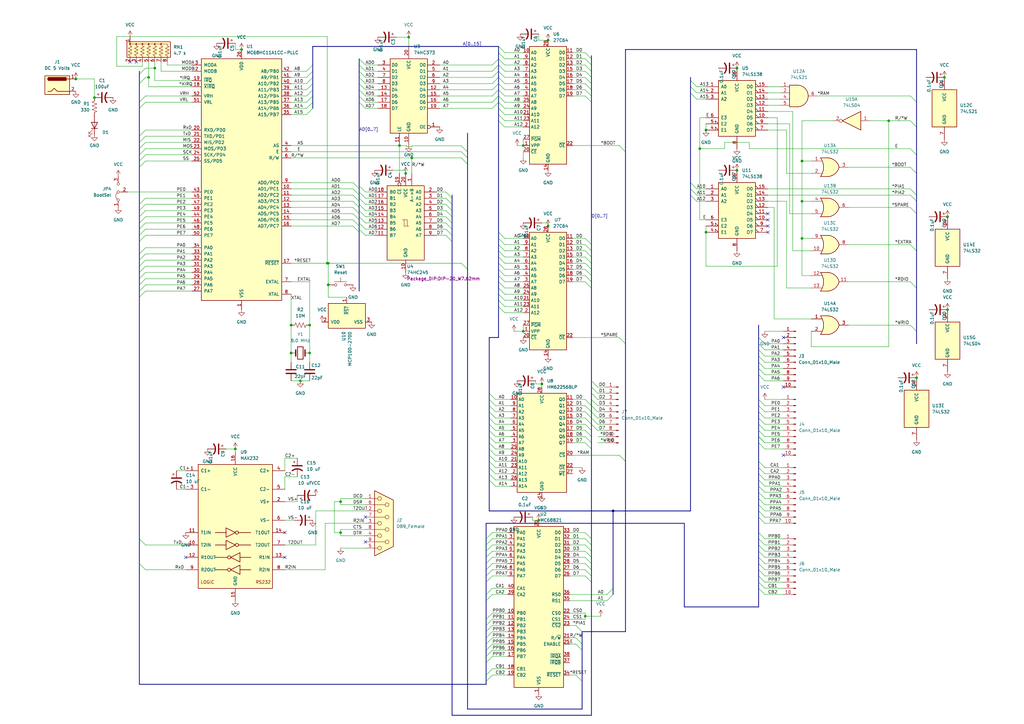
<source format=kicad_sch>
(kicad_sch (version 20211123) (generator eeschema)
  (paper "A3")
  (title_block (title "MC68HC11 SBC Eval Board"))
  (junction (at 139.7 218.44))
  (junction (at 167.64 15.24))
  (junction (at 364.49 49.53))
  (junction (at 134.62 107.95))
  (junction (at 168.91 64.77))
  (junction (at 134.239 107.95))
  (junction (at 214.63 135.89))
  (junction (at 123.19 156.21))
  (junction (at 289.56 95.25))
  (junction (at 289.56 53.34))
  (junction (at 302.26 27.94))
  (junction (at 375.92 154.94))
  (junction (at 38.735 40.005))
  (junction (at 134.62 116.84))
  (junction (at 388.62 127))
  (junction (at 287.02 60.96))
  (junction (at 127 144.78))
  (junction (at 31.115 32.385))
  (junction (at 139.7 205.74))
  (junction (at 222.25 157.48))
  (junction (at 127 133.35))
  (junction (at 251.46 209.55))
  (junction (at 96.52 184.15))
  (junction (at 302.26 69.85))
  (junction (at 328.93 97.79))
  (junction (at 240.03 252.73))
  (junction (at 328.93 82.55))
  (junction (at 99.06 20.32))
  (junction (at 63.5 27.94))
  (junction (at 166.37 71.12))
  (junction (at 119.38 144.78))
  (junction (at 388.62 88.9))
  (junction (at 387.35 31.75))
  (junction (at 224.79 92.71))
  (junction (at 214.63 59.69))
  (junction (at 328.93 66.04))
  (junction (at 224.79 16.51))
  (junction (at 163.83 59.69))
  (junction (at 60.96 31.75))
  (junction (at 119.38 133.35))
  (junction (at 220.98 213.36))
  (no_connect (at 321.31 138.43))
  (no_connect (at 321.31 158.75))
  (no_connect (at 76.2 228.6))
  (no_connect (at 116.84 218.44))
  (no_connect (at 116.84 228.6))
  (no_connect (at 321.31 186.69))
  (no_connect (at 149.86 212.09))
  (no_connect (at 149.86 222.25))
  (no_connect (at 55.88 25.4))
  (no_connect (at 53.34 25.4))
  (no_connect (at 314.96 95.25))
  (no_connect (at 314.96 90.17))
  (no_connect (at 314.96 87.63))
  (no_connect (at 314.96 92.71))
  (bus_entry (at 147.32 41.91) (size 2.54 2.54))
  (bus_entry (at 147.32 39.37) (size 2.54 2.54))
  (bus_entry (at 189.23 107.95) (size 2.54 2.54))
  (bus_entry (at 242.57 166.37) (size 2.54 2.54))
  (bus_entry (at 373.38 133.35) (size 2.54 2.54))
  (bus_entry (at 373.38 68.58) (size 2.54 2.54))
  (bus_entry (at 144.78 80.01) (size 2.54 2.54))
  (bus_entry (at 144.78 74.93) (size 2.54 2.54))
  (bus_entry (at 144.78 77.47) (size 2.54 2.54))
  (bus_entry (at 144.78 82.55) (size 2.54 2.54))
  (bus_entry (at 144.78 85.09) (size 2.54 2.54))
  (bus_entry (at 144.78 92.71) (size 2.54 2.54))
  (bus_entry (at 144.78 90.17) (size 2.54 2.54))
  (bus_entry (at 144.78 87.63) (size 2.54 2.54))
  (bus_entry (at 311.15 140.97) (size 2.54 2.54))
  (bus_entry (at 373.38 39.37) (size 2.54 2.54))
  (bus_entry (at 147.32 86.36) (size 2.54 2.54))
  (bus_entry (at 147.32 93.98) (size 2.54 2.54))
  (bus_entry (at 147.32 88.9) (size 2.54 2.54))
  (bus_entry (at 147.32 91.44) (size 2.54 2.54))
  (bus_entry (at 147.32 76.2) (size 2.54 2.54))
  (bus_entry (at 147.32 78.74) (size 2.54 2.54))
  (bus_entry (at 147.32 81.28) (size 2.54 2.54))
  (bus_entry (at 147.32 83.82) (size 2.54 2.54))
  (bus_entry (at 242.57 161.29) (size 2.54 2.54))
  (bus_entry (at 240.03 179.07) (size 2.54 2.54))
  (bus_entry (at 240.03 181.61) (size 2.54 2.54))
  (bus_entry (at 240.03 163.83) (size 2.54 2.54))
  (bus_entry (at 240.03 166.37) (size 2.54 2.54))
  (bus_entry (at 240.03 168.91) (size 2.54 2.54))
  (bus_entry (at 240.03 171.45) (size 2.54 2.54))
  (bus_entry (at 240.03 173.99) (size 2.54 2.54))
  (bus_entry (at 240.03 176.53) (size 2.54 2.54))
  (bus_entry (at 242.57 158.75) (size 2.54 2.54))
  (bus_entry (at 254 59.69) (size 2.54 2.54))
  (bus_entry (at 283.21 74.93) (size 2.54 2.54))
  (bus_entry (at 283.21 77.47) (size 2.54 2.54))
  (bus_entry (at 283.21 80.01) (size 2.54 2.54))
  (bus_entry (at 311.15 151.13) (size 2.54 2.54))
  (bus_entry (at 240.03 218.44) (size 2.54 2.54))
  (bus_entry (at 240.03 220.98) (size 2.54 2.54))
  (bus_entry (at 240.03 223.52) (size 2.54 2.54))
  (bus_entry (at 240.03 226.06) (size 2.54 2.54))
  (bus_entry (at 240.03 228.6) (size 2.54 2.54))
  (bus_entry (at 240.03 231.14) (size 2.54 2.54))
  (bus_entry (at 240.03 233.68) (size 2.54 2.54))
  (bus_entry (at 373.38 85.09) (size 2.54 2.54))
  (bus_entry (at 200.66 179.07) (size 2.54 2.54))
  (bus_entry (at 200.66 181.61) (size 2.54 2.54))
  (bus_entry (at 200.66 184.15) (size 2.54 2.54))
  (bus_entry (at 200.66 186.69) (size 2.54 2.54))
  (bus_entry (at 200.66 189.23) (size 2.54 2.54))
  (bus_entry (at 200.66 191.77) (size 2.54 2.54))
  (bus_entry (at 200.66 194.31) (size 2.54 2.54))
  (bus_entry (at 200.66 196.85) (size 2.54 2.54))
  (bus_entry (at 200.66 161.29) (size 2.54 2.54))
  (bus_entry (at 200.66 168.91) (size 2.54 2.54))
  (bus_entry (at 200.66 171.45) (size 2.54 2.54))
  (bus_entry (at 200.66 173.99) (size 2.54 2.54))
  (bus_entry (at 200.66 176.53) (size 2.54 2.54))
  (bus_entry (at 200.66 163.83) (size 2.54 2.54))
  (bus_entry (at 200.66 166.37) (size 2.54 2.54))
  (bus_entry (at 189.23 62.23) (size 2.54 2.54))
  (bus_entry (at 311.15 138.43) (size 2.54 2.54))
  (bus_entry (at 182.88 88.9) (size 2.54 2.54))
  (bus_entry (at 182.88 91.44) (size 2.54 2.54))
  (bus_entry (at 182.88 93.98) (size 2.54 2.54))
  (bus_entry (at 182.88 96.52) (size 2.54 2.54))
  (bus_entry (at 182.88 83.82) (size 2.54 2.54))
  (bus_entry (at 182.88 86.36) (size 2.54 2.54))
  (bus_entry (at 182.88 78.74) (size 2.54 2.54))
  (bus_entry (at 182.88 81.28) (size 2.54 2.54))
  (bus_entry (at 311.15 176.53) (size 2.54 2.54))
  (bus_entry (at 311.15 163.83) (size 2.54 2.54))
  (bus_entry (at 311.15 173.99) (size 2.54 2.54))
  (bus_entry (at 204.47 19.05) (size 2.54 2.54))
  (bus_entry (at 236.22 256.54) (size 2.54 2.54))
  (bus_entry (at 311.15 143.51) (size 2.54 2.54))
  (bus_entry (at 57.15 30.48) (size 2.54 -2.54))
  (bus_entry (at 57.15 34.29) (size 2.54 -2.54))
  (bus_entry (at 242.57 156.21) (size 2.54 2.54))
  (bus_entry (at 201.93 39.37) (size 2.54 -2.54))
  (bus_entry (at 201.93 41.91) (size 2.54 -2.54))
  (bus_entry (at 201.93 44.45) (size 2.54 -2.54))
  (bus_entry (at 311.15 168.91) (size 2.54 2.54))
  (bus_entry (at 311.15 148.59) (size 2.54 2.54))
  (bus_entry (at 189.23 64.77) (size 2.54 2.54))
  (bus_entry (at 199.39 223.52) (size 2.54 -2.54))
  (bus_entry (at 311.15 146.05) (size 2.54 2.54))
  (bus_entry (at 248.92 243.84) (size 2.54 -2.54))
  (bus_entry (at 248.92 246.38) (size 2.54 -2.54))
  (bus_entry (at 236.22 276.86) (size 2.54 2.54))
  (bus_entry (at 236.22 264.16) (size 2.54 2.54))
  (bus_entry (at 236.22 261.62) (size 2.54 2.54))
  (bus_entry (at 240.03 236.22) (size 2.54 2.54))
  (bus_entry (at 199.39 246.38) (size 2.54 -2.54))
  (bus_entry (at 199.39 243.84) (size 2.54 -2.54))
  (bus_entry (at 199.39 279.4) (size 2.54 -2.54))
  (bus_entry (at 199.39 276.86) (size 2.54 -2.54))
  (bus_entry (at 147.32 26.67) (size 2.54 2.54))
  (bus_entry (at 147.32 29.21) (size 2.54 2.54))
  (bus_entry (at 147.32 31.75) (size 2.54 2.54))
  (bus_entry (at 147.32 34.29) (size 2.54 2.54))
  (bus_entry (at 147.32 36.83) (size 2.54 2.54))
  (bus_entry (at 147.32 24.13) (size 2.54 2.54))
  (bus_entry (at 242.57 163.83) (size 2.54 2.54))
  (bus_entry (at 373.38 80.01) (size 2.54 2.54))
  (bus_entry (at 311.15 153.67) (size 2.54 2.54))
  (bus_entry (at 311.15 241.3) (size 2.54 2.54))
  (bus_entry (at 311.15 236.22) (size 2.54 2.54))
  (bus_entry (at 311.15 233.68) (size 2.54 2.54))
  (bus_entry (at 311.15 238.76) (size 2.54 2.54))
  (bus_entry (at 311.15 231.14) (size 2.54 2.54))
  (bus_entry (at 311.15 228.6) (size 2.54 2.54))
  (bus_entry (at 311.15 226.06) (size 2.54 2.54))
  (bus_entry (at 311.15 220.98) (size 2.54 2.54))
  (bus_entry (at 311.15 196.85) (size 2.54 2.54))
  (bus_entry (at 311.15 189.23) (size 2.54 2.54))
  (bus_entry (at 311.15 199.39) (size 2.54 2.54))
  (bus_entry (at 311.15 194.31) (size 2.54 2.54))
  (bus_entry (at 311.15 201.93) (size 2.54 2.54))
  (bus_entry (at 311.15 191.77) (size 2.54 2.54))
  (bus_entry (at 311.15 212.09) (size 2.54 2.54))
  (bus_entry (at 311.15 209.55) (size 2.54 2.54))
  (bus_entry (at 311.15 207.01) (size 2.54 2.54))
  (bus_entry (at 311.15 204.47) (size 2.54 2.54))
  (bus_entry (at 311.15 223.52) (size 2.54 2.54))
  (bus_entry (at 311.15 218.44) (size 2.54 2.54))
  (bus_entry (at 204.47 110.49) (size 2.54 2.54))
  (bus_entry (at 204.47 113.03) (size 2.54 2.54))
  (bus_entry (at 204.47 115.57) (size 2.54 2.54))
  (bus_entry (at 204.47 118.11) (size 2.54 2.54))
  (bus_entry (at 204.47 120.65) (size 2.54 2.54))
  (bus_entry (at 204.47 102.87) (size 2.54 2.54))
  (bus_entry (at 204.47 105.41) (size 2.54 2.54))
  (bus_entry (at 204.47 107.95) (size 2.54 2.54))
  (bus_entry (at 204.47 123.19) (size 2.54 2.54))
  (bus_entry (at 204.47 125.73) (size 2.54 2.54))
  (bus_entry (at 204.47 95.25) (size 2.54 2.54))
  (bus_entry (at 204.47 97.79) (size 2.54 2.54))
  (bus_entry (at 204.47 100.33) (size 2.54 2.54))
  (bus_entry (at 189.23 59.817) (size 2.54 2.54))
  (bus_entry (at 240.03 102.87) (size 2.54 2.54))
  (bus_entry (at 240.03 105.41) (size 2.54 2.54))
  (bus_entry (at 240.03 110.49) (size 2.54 2.54))
  (bus_entry (at 240.03 113.03) (size 2.54 2.54))
  (bus_entry (at 240.03 115.57) (size 2.54 2.54))
  (bus_entry (at 240.03 97.79) (size 2.54 2.54))
  (bus_entry (at 240.03 100.33) (size 2.54 2.54))
  (bus_entry (at 240.03 107.95) (size 2.54 2.54))
  (bus_entry (at 373.38 49.53) (size 2.54 2.54))
  (bus_entry (at 240.03 24.13) (size 2.54 2.54))
  (bus_entry (at 240.03 26.67) (size 2.54 2.54))
  (bus_entry (at 240.03 21.59) (size 2.54 2.54))
  (bus_entry (at 240.03 39.37) (size 2.54 2.54))
  (bus_entry (at 240.03 29.21) (size 2.54 2.54))
  (bus_entry (at 240.03 31.75) (size 2.54 2.54))
  (bus_entry (at 240.03 34.29) (size 2.54 2.54))
  (bus_entry (at 240.03 36.83) (size 2.54 2.54))
  (bus_entry (at 204.47 46.99) (size 2.54 2.54))
  (bus_entry (at 204.47 49.53) (size 2.54 2.54))
  (bus_entry (at 242.57 168.91) (size 2.54 2.54))
  (bus_entry (at 311.15 166.37) (size 2.54 2.54))
  (bus_entry (at 283.21 33.02) (size 2.54 2.54))
  (bus_entry (at 283.21 35.56) (size 2.54 2.54))
  (bus_entry (at 283.21 38.1) (size 2.54 2.54))
  (bus_entry (at 125.73 29.21) (size 2.54 -2.54))
  (bus_entry (at 125.73 31.75) (size 2.54 -2.54))
  (bus_entry (at 125.73 34.29) (size 2.54 -2.54))
  (bus_entry (at 125.73 46.99) (size 2.54 -2.54))
  (bus_entry (at 125.73 44.45) (size 2.54 -2.54))
  (bus_entry (at 125.73 41.91) (size 2.54 -2.54))
  (bus_entry (at 125.73 39.37) (size 2.54 -2.54))
  (bus_entry (at 125.73 36.83) (size 2.54 -2.54))
  (bus_entry (at 254 138.43) (size 2.54 2.54))
  (bus_entry (at 373.38 60.96) (size 2.54 2.54))
  (bus_entry (at 57.15 231.14) (size 2.54 2.54))
  (bus_entry (at 57.15 220.98) (size 2.54 2.54))
  (bus_entry (at 254 186.69) (size 2.54 2.54))
  (bus_entry (at 311.15 171.45) (size 2.54 2.54))
  (bus_entry (at 242.57 171.45) (size 2.54 2.54))
  (bus_entry (at 311.15 179.07) (size 2.54 2.54))
  (bus_entry (at 373.38 100.33) (size 2.54 2.54))
  (bus_entry (at 373.38 115.57) (size 2.54 2.54))
  (bus_entry (at 201.93 31.75) (size 2.54 -2.54))
  (bus_entry (at 201.93 34.29) (size 2.54 -2.54))
  (bus_entry (at 201.93 36.83) (size 2.54 -2.54))
  (bus_entry (at 201.93 26.67) (size 2.54 -2.54))
  (bus_entry (at 201.93 29.21) (size 2.54 -2.54))
  (bus_entry (at 373.38 77.47) (size 2.54 2.54))
  (bus_entry (at 199.39 261.62) (size 2.54 -2.54))
  (bus_entry (at 199.39 259.08) (size 2.54 -2.54))
  (bus_entry (at 199.39 256.54) (size 2.54 -2.54))
  (bus_entry (at 199.39 254) (size 2.54 -2.54))
  (bus_entry (at 199.39 233.68) (size 2.54 -2.54))
  (bus_entry (at 199.39 238.76) (size 2.54 -2.54))
  (bus_entry (at 199.39 236.22) (size 2.54 -2.54))
  (bus_entry (at 199.39 226.06) (size 2.54 -2.54))
  (bus_entry (at 199.39 231.14) (size 2.54 -2.54))
  (bus_entry (at 199.39 228.6) (size 2.54 -2.54))
  (bus_entry (at 199.39 220.98) (size 2.54 -2.54))
  (bus_entry (at 199.39 269.24) (size 2.54 -2.54))
  (bus_entry (at 199.39 266.7) (size 2.54 -2.54))
  (bus_entry (at 199.39 264.16) (size 2.54 -2.54))
  (bus_entry (at 199.39 271.78) (size 2.54 -2.54))
  (bus_entry (at 204.47 36.83) (size 2.54 2.54))
  (bus_entry (at 204.47 39.37) (size 2.54 2.54))
  (bus_entry (at 204.47 41.91) (size 2.54 2.54))
  (bus_entry (at 204.47 44.45) (size 2.54 2.54))
  (bus_entry (at 204.47 21.59) (size 2.54 2.54))
  (bus_entry (at 204.47 24.13) (size 2.54 2.54))
  (bus_entry (at 204.47 26.67) (size 2.54 2.54))
  (bus_entry (at 204.47 31.75) (size 2.54 2.54))
  (bus_entry (at 204.47 29.21) (size 2.54 2.54))
  (bus_entry (at 204.47 34.29) (size 2.54 2.54))
  (bus_entry (at 57.15 63.5) (size 2.54 -2.54))
  (bus_entry (at 57.15 60.96) (size 2.54 -2.54))
  (bus_entry (at 57.15 66.04) (size 2.54 -2.54))
  (bus_entry (at 57.15 68.58) (size 2.54 -2.54))
  (bus_entry (at 57.15 88.9) (size 2.54 -2.54))
  (bus_entry (at 57.15 86.36) (size 2.54 -2.54))
  (bus_entry (at 57.15 83.82) (size 2.54 -2.54))
  (bus_entry (at 57.15 104.14) (size 2.54 -2.54))
  (bus_entry (at 57.15 99.06) (size 2.54 -2.54))
  (bus_entry (at 57.15 96.52) (size 2.54 -2.54))
  (bus_entry (at 57.15 91.44) (size 2.54 -2.54))
  (bus_entry (at 57.15 93.98) (size 2.54 -2.54))
  (bus_entry (at 57.15 111.76) (size 2.54 -2.54))
  (bus_entry (at 57.15 109.22) (size 2.54 -2.54))
  (bus_entry (at 57.15 106.68) (size 2.54 -2.54))
  (bus_entry (at 57.15 121.92) (size 2.54 -2.54))
  (bus_entry (at 57.15 119.38) (size 2.54 -2.54))
  (bus_entry (at 57.15 116.84) (size 2.54 -2.54))
  (bus_entry (at 57.15 114.3) (size 2.54 -2.54))
  (bus_entry (at 57.15 41.91) (size 2.54 -2.54))
  (bus_entry (at 57.15 55.88) (size 2.54 -2.54))
  (bus_entry (at 57.15 44.45) (size 2.54 -2.54))
  (bus_entry (at 57.15 58.42) (size 2.54 -2.54))
  (bus_entry (at 311.15 181.61) (size 2.54 2.54))
  (bus_entry (at 311.15 179.07) (size 2.54 2.54))
  (bus_entry (at 242.57 173.99) (size 2.54 2.54))
  (wire (pts (xy 63.5 27.94) (xy 63.5 33.02)))
  (bus (pts (xy 251.46 241.3) (xy 251.46 243.84)))
  (wire (pts (xy 119.38 115.57) (xy 127 115.57)))
  (wire (pts (xy 154.94 36.83) (xy 149.86 36.83)))
  (wire (pts (xy 325.12 102.87) (xy 332.74 102.87)))
  (wire (pts (xy 328.93 82.55) (xy 328.93 97.79)))
  (bus (pts (xy 199.39 226.06) (xy 199.39 228.6)))
  (bus (pts (xy 147.32 78.74) (xy 147.32 80.01)))
  (wire (pts (xy 119.38 74.93) (xy 144.78 74.93)))
  (wire (pts (xy 59.69 27.94) (xy 63.5 27.94)))
  (wire (pts (xy 47.879 14.986) (xy 134.239 14.986)))
  (wire (pts (xy 139.7 205.74) (xy 139.7 207.01)))
  (wire (pts (xy 234.95 100.33) (xy 240.03 100.33)))
  (wire (pts (xy 328.93 82.55) (xy 332.74 82.55)))
  (wire (pts (xy 139.7 204.47) (xy 149.86 204.47)))
  (bus (pts (xy 199.39 243.84) (xy 199.39 246.38)))
  (wire (pts (xy 119.38 46.99) (xy 125.73 46.99)))
  (wire (pts (xy 328.93 66.04) (xy 328.93 82.55)))
  (bus (pts (xy 375.92 82.55) (xy 375.92 87.63)))
  (bus (pts (xy 57.15 91.44) (xy 57.15 93.98)))
  (wire (pts (xy 203.2 171.45) (xy 209.55 171.45)))
  (wire (pts (xy 313.69 166.37) (xy 321.31 166.37)))
  (wire (pts (xy 201.93 276.86) (xy 208.28 276.86)))
  (wire (pts (xy 207.01 102.87) (xy 214.63 102.87)))
  (wire (pts (xy 233.68 233.68) (xy 240.03 233.68)))
  (bus (pts (xy 256.54 140.97) (xy 256.54 189.23)))
  (wire (pts (xy 134.239 107.95) (xy 134.62 107.95)))
  (bus (pts (xy 311.15 218.44) (xy 311.15 220.98)))
  (bus (pts (xy 375.92 20.32) (xy 375.92 41.91)))
  (wire (pts (xy 234.95 102.87) (xy 240.03 102.87)))
  (bus (pts (xy 147.32 77.47) (xy 147.32 78.74)))
  (bus (pts (xy 147.32 92.71) (xy 147.32 93.98)))
  (wire (pts (xy 222.25 158.75) (xy 222.25 157.48)))
  (bus (pts (xy 185.42 293.37) (xy 242.57 293.37)))
  (wire (pts (xy 332.74 142.24) (xy 364.49 142.24)))
  (wire (pts (xy 318.77 109.22) (xy 289.56 109.22)))
  (bus (pts (xy 280.67 214.63) (xy 280.67 248.92)))
  (bus (pts (xy 311.15 153.67) (xy 311.15 163.83)))
  (bus (pts (xy 191.77 290.83) (xy 238.76 290.83)))
  (wire (pts (xy 179.07 78.74) (xy 182.88 78.74)))
  (wire (pts (xy 180.34 34.29) (xy 201.93 34.29)))
  (wire (pts (xy 233.68 264.16) (xy 236.22 264.16)))
  (wire (pts (xy 285.75 80.01) (xy 289.56 80.01)))
  (bus (pts (xy 242.57 156.21) (xy 242.57 158.75)))
  (bus (pts (xy 200.66 161.29) (xy 200.66 163.83)))
  (bus (pts (xy 204.47 105.41) (xy 204.47 107.95)))
  (wire (pts (xy 59.69 39.37) (xy 78.74 39.37)))
  (bus (pts (xy 311.15 212.09) (xy 311.15 218.44)))
  (wire (pts (xy 207.01 31.75) (xy 214.63 31.75)))
  (wire (pts (xy 234.95 39.37) (xy 240.03 39.37)))
  (wire (pts (xy 133.35 233.68) (xy 133.35 214.63)))
  (bus (pts (xy 128.27 26.67) (xy 128.27 29.21)))
  (bus (pts (xy 311.15 166.37) (xy 311.15 168.91)))
  (wire (pts (xy 234.95 176.53) (xy 240.03 176.53)))
  (wire (pts (xy 179.07 86.36) (xy 182.88 86.36)))
  (bus (pts (xy 311.15 179.07) (xy 311.15 181.61)))
  (wire (pts (xy 203.2 181.61) (xy 209.55 181.61)))
  (bus (pts (xy 242.57 228.6) (xy 242.57 231.14)))
  (wire (pts (xy 207.01 52.07) (xy 214.63 52.07)))
  (wire (pts (xy 137.16 218.44) (xy 139.7 218.44)))
  (wire (pts (xy 201.93 256.54) (xy 208.28 256.54)))
  (bus (pts (xy 242.57 168.91) (xy 242.57 171.45)))
  (wire (pts (xy 134.62 107.95) (xy 134.62 116.84)))
  (wire (pts (xy 245.11 168.91) (xy 248.539 168.91)))
  (bus (pts (xy 242.57 22.86) (xy 242.57 24.13)))
  (bus (pts (xy 185.42 83.82) (xy 185.42 86.36)))
  (bus (pts (xy 311.15 191.77) (xy 311.15 194.31)))
  (bus (pts (xy 256.54 189.23) (xy 256.54 259.08)))
  (wire (pts (xy 78.74 29.21) (xy 66.04 29.21)))
  (wire (pts (xy 139.7 205.74) (xy 137.16 205.74)))
  (wire (pts (xy 314.96 53.34) (xy 322.58 53.34)))
  (bus (pts (xy 185.42 80.01) (xy 185.42 81.28)))
  (bus (pts (xy 311.15 176.53) (xy 311.15 179.07)))
  (wire (pts (xy 72.39 193.04) (xy 76.2 193.04)))
  (bus (pts (xy 199.39 238.76) (xy 199.39 243.84)))
  (bus (pts (xy 311.15 194.31) (xy 311.15 196.85)))
  (wire (pts (xy 313.69 163.83) (xy 321.31 163.83)))
  (bus (pts (xy 311.15 223.52) (xy 311.15 226.06)))
  (bus (pts (xy 311.15 189.23) (xy 311.15 191.77)))
  (bus (pts (xy 57.15 41.91) (xy 57.15 44.45)))
  (wire (pts (xy 219.71 156.21) (xy 219.71 157.48)))
  (wire (pts (xy 214.63 133.35) (xy 214.63 135.89)))
  (wire (pts (xy 313.69 209.55) (xy 321.31 209.55)))
  (wire (pts (xy 201.93 259.08) (xy 208.28 259.08)))
  (wire (pts (xy 285.75 40.64) (xy 289.56 40.64)))
  (wire (pts (xy 203.2 194.31) (xy 209.55 194.31)))
  (bus (pts (xy 199.39 271.78) (xy 199.39 276.86)))
  (bus (pts (xy 147.32 82.55) (xy 147.32 83.82)))
  (wire (pts (xy 328.93 49.53) (xy 341.63 49.53)))
  (wire (pts (xy 134.62 107.95) (xy 189.23 107.95)))
  (wire (pts (xy 179.07 88.9) (xy 182.88 88.9)))
  (wire (pts (xy 201.93 220.98) (xy 208.28 220.98)))
  (bus (pts (xy 311.15 238.76) (xy 311.15 241.3)))
  (wire (pts (xy 313.69 233.68) (xy 321.31 233.68)))
  (wire (pts (xy 47.879 27.178) (xy 47.879 14.986)))
  (wire (pts (xy 149.86 96.52) (xy 153.67 96.52)))
  (bus (pts (xy 242.57 34.29) (xy 242.57 36.83)))
  (wire (pts (xy 59.69 31.75) (xy 60.96 31.75)))
  (wire (pts (xy 119.38 29.21) (xy 125.73 29.21)))
  (bus (pts (xy 256.54 20.32) (xy 375.92 20.32)))
  (wire (pts (xy 313.69 151.13) (xy 321.31 151.13)))
  (bus (pts (xy 204.47 123.19) (xy 204.47 125.73)))
  (bus (pts (xy 185.42 88.9) (xy 185.42 91.44)))
  (bus (pts (xy 283.21 33.02) (xy 283.21 35.56)))
  (wire (pts (xy 214.63 62.23) (xy 214.63 64.77)))
  (bus (pts (xy 280.67 248.92) (xy 311.15 248.92)))
  (wire (pts (xy 166.878 60.198) (xy 168.91 60.198)))
  (wire (pts (xy 313.69 199.39) (xy 321.31 199.39)))
  (wire (pts (xy 245.11 173.99) (xy 248.539 173.99)))
  (wire (pts (xy 59.69 109.22) (xy 78.74 109.22)))
  (wire (pts (xy 119.38 64.77) (xy 168.91 64.77)))
  (bus (pts (xy 238.76 279.4) (xy 238.76 290.83)))
  (wire (pts (xy 60.96 31.75) (xy 60.96 35.56)))
  (wire (pts (xy 222.25 204.47) (xy 222.25 203.2)))
  (wire (pts (xy 313.69 228.6) (xy 321.31 228.6)))
  (wire (pts (xy 119.38 34.29) (xy 125.73 34.29)))
  (bus (pts (xy 199.39 220.98) (xy 199.39 223.52)))
  (bus (pts (xy 199.39 269.24) (xy 199.39 271.78)))
  (bus (pts (xy 242.57 176.53) (xy 242.57 179.07)))
  (bus (pts (xy 200.66 171.45) (xy 200.66 173.99)))
  (wire (pts (xy 234.95 168.91) (xy 240.03 168.91)))
  (wire (pts (xy 134.62 116.84) (xy 134.62 121.92)))
  (wire (pts (xy 119.38 62.23) (xy 189.23 62.23)))
  (wire (pts (xy 154.94 31.75) (xy 149.86 31.75)))
  (bus (pts (xy 204.47 36.83) (xy 204.47 39.37)))
  (wire (pts (xy 307.34 58.42) (xy 297.18 58.42)))
  (wire (pts (xy 119.38 85.09) (xy 144.78 85.09)))
  (bus (pts (xy 128.27 29.21) (xy 128.27 31.75)))
  (wire (pts (xy 38.735 32.385) (xy 38.735 40.005)))
  (wire (pts (xy 233.68 276.86) (xy 236.22 276.86)))
  (wire (pts (xy 347.98 100.33) (xy 373.38 100.33)))
  (bus (pts (xy 204.47 46.99) (xy 204.47 49.53)))
  (bus (pts (xy 128.27 31.75) (xy 128.27 34.29)))
  (wire (pts (xy 59.69 86.36) (xy 78.74 86.36)))
  (wire (pts (xy 245.237 181.61) (xy 248.539 181.61)))
  (wire (pts (xy 139.7 224.79) (xy 149.86 224.79)))
  (wire (pts (xy 207.01 125.73) (xy 214.63 125.73)))
  (bus (pts (xy 147.32 90.17) (xy 147.32 91.44)))
  (wire (pts (xy 163.83 59.69) (xy 163.83 71.12)))
  (wire (pts (xy 322.58 71.12) (xy 332.74 71.12)))
  (bus (pts (xy 204.47 120.65) (xy 204.47 123.19)))
  (bus (pts (xy 57.15 86.36) (xy 57.15 88.9)))
  (bus (pts (xy 57.15 68.58) (xy 57.15 83.82)))
  (wire (pts (xy 373.38 60.96) (xy 307.34 60.96)))
  (bus (pts (xy 199.39 246.38) (xy 199.39 254)))
  (bus (pts (xy 311.15 226.06) (xy 311.15 228.6)))
  (wire (pts (xy 96.52 20.32) (xy 99.06 20.32)))
  (bus (pts (xy 242.57 110.49) (xy 242.57 113.03)))
  (wire (pts (xy 203.2 186.69) (xy 209.55 186.69)))
  (wire (pts (xy 180.34 36.83) (xy 201.93 36.83)))
  (wire (pts (xy 233.68 228.6) (xy 240.03 228.6)))
  (wire (pts (xy 207.01 107.95) (xy 214.63 107.95)))
  (wire (pts (xy 60.96 25.4) (xy 60.96 31.75)))
  (wire (pts (xy 119.38 41.91) (xy 125.73 41.91)))
  (bus (pts (xy 283.21 80.01) (xy 283.21 209.55)))
  (bus (pts (xy 283.21 35.56) (xy 283.21 38.1)))
  (bus (pts (xy 204.47 100.33) (xy 204.47 102.87)))
  (bus (pts (xy 57.15 116.84) (xy 57.15 119.38)))
  (wire (pts (xy 149.86 83.82) (xy 153.67 83.82)))
  (wire (pts (xy 314.96 77.47) (xy 373.38 77.47)))
  (bus (pts (xy 147.32 81.28) (xy 147.32 82.55)))
  (wire (pts (xy 60.96 35.56) (xy 78.74 35.56)))
  (bus (pts (xy 238.76 264.16) (xy 238.76 266.7)))
  (bus (pts (xy 242.57 238.76) (xy 242.57 293.37)))
  (wire (pts (xy 207.01 118.11) (xy 214.63 118.11)))
  (wire (pts (xy 168.91 64.77) (xy 168.91 71.12)))
  (wire (pts (xy 234.95 179.07) (xy 240.03 179.07)))
  (bus (pts (xy 311.15 231.14) (xy 311.15 233.68)))
  (wire (pts (xy 245.11 176.53) (xy 248.539 176.53)))
  (wire (pts (xy 212.09 59.69) (xy 214.63 59.69)))
  (wire (pts (xy 285.75 35.56) (xy 289.56 35.56)))
  (wire (pts (xy 59.69 66.04) (xy 78.74 66.04)))
  (bus (pts (xy 147.32 36.83) (xy 147.32 39.37)))
  (bus (pts (xy 242.57 233.68) (xy 242.57 236.22)))
  (bus (pts (xy 242.57 115.57) (xy 242.57 118.11)))
  (bus (pts (xy 128.27 34.29) (xy 128.27 36.83)))
  (bus (pts (xy 199.39 279.4) (xy 199.39 280.67)))
  (bus (pts (xy 375.92 102.87) (xy 375.92 118.11)))
  (bus (pts (xy 199.39 231.14) (xy 199.39 233.68)))
  (wire (pts (xy 189.23 59.817) (xy 168.91 59.817)))
  (bus (pts (xy 242.57 236.22) (xy 242.57 238.76)))
  (wire (pts (xy 139.7 217.17) (xy 149.86 217.17)))
  (bus (pts (xy 147.32 91.44) (xy 147.32 92.71)))
  (wire (pts (xy 207.01 115.57) (xy 214.63 115.57)))
  (bus (pts (xy 311.15 173.99) (xy 311.15 176.53)))
  (wire (pts (xy 207.01 24.13) (xy 214.63 24.13)))
  (wire (pts (xy 207.01 110.49) (xy 214.63 110.49)))
  (bus (pts (xy 147.32 24.13) (xy 147.32 26.67)))
  (wire (pts (xy 233.68 254) (xy 240.03 254)))
  (bus (pts (xy 242.57 226.06) (xy 242.57 228.6)))
  (wire (pts (xy 313.69 241.3) (xy 321.31 241.3)))
  (bus (pts (xy 238.76 259.08) (xy 238.76 264.16)))
  (wire (pts (xy 207.01 105.41) (xy 214.63 105.41)))
  (wire (pts (xy 234.95 59.69) (xy 254 59.69)))
  (wire (pts (xy 201.93 223.52) (xy 208.28 223.52)))
  (wire (pts (xy 328.93 97.79) (xy 328.93 113.03)))
  (wire (pts (xy 66.04 29.21) (xy 66.04 25.4)))
  (wire (pts (xy 218.44 213.36) (xy 220.98 213.36)))
  (wire (pts (xy 313.69 179.07) (xy 321.31 179.07)))
  (bus (pts (xy 147.32 80.01) (xy 147.32 81.28)))
  (wire (pts (xy 72.39 200.66) (xy 76.2 200.66)))
  (wire (pts (xy 332.74 135.89) (xy 332.74 142.24)))
  (wire (pts (xy 139.7 219.71) (xy 149.86 219.71)))
  (wire (pts (xy 347.98 85.09) (xy 373.38 85.09)))
  (wire (pts (xy 119.38 59.69) (xy 163.83 59.69)))
  (wire (pts (xy 149.86 81.28) (xy 153.67 81.28)))
  (bus (pts (xy 204.47 110.49) (xy 204.47 113.03)))
  (wire (pts (xy 59.69 111.76) (xy 78.74 111.76)))
  (bus (pts (xy 311.15 148.59) (xy 311.15 151.13)))
  (wire (pts (xy 314.96 43.18) (xy 320.04 43.18)))
  (wire (pts (xy 59.69 93.98) (xy 78.74 93.98)))
  (wire (pts (xy 180.34 44.45) (xy 201.93 44.45)))
  (bus (pts (xy 311.15 151.13) (xy 311.15 153.67)))
  (bus (pts (xy 375.92 52.07) (xy 375.92 63.5)))
  (bus (pts (xy 311.15 233.68) (xy 311.15 236.22)))
  (wire (pts (xy 203.2 196.85) (xy 209.55 196.85)))
  (wire (pts (xy 220.98 16.51) (xy 224.79 16.51)))
  (bus (pts (xy 191.77 67.31) (xy 191.77 110.49)))
  (wire (pts (xy 116.84 213.36) (xy 120.65 213.36)))
  (bus (pts (xy 199.39 228.6) (xy 199.39 231.14)))
  (wire (pts (xy 149.86 88.9) (xy 153.67 88.9)))
  (bus (pts (xy 57.15 63.5) (xy 57.15 66.04)))
  (wire (pts (xy 313.69 140.97) (xy 321.31 140.97)))
  (wire (pts (xy 59.69 114.3) (xy 78.74 114.3)))
  (bus (pts (xy 57.15 44.45) (xy 57.15 55.88)))
  (wire (pts (xy 234.95 191.77) (xy 238.76 191.77)))
  (bus (pts (xy 311.15 207.01) (xy 311.15 209.55)))
  (wire (pts (xy 179.07 83.82) (xy 182.88 83.82)))
  (wire (pts (xy 313.69 148.59) (xy 321.31 148.59)))
  (bus (pts (xy 147.32 93.98) (xy 147.32 95.25)))
  (bus (pts (xy 147.32 95.25) (xy 147.32 119.38)))
  (wire (pts (xy 168.91 64.77) (xy 189.23 64.77)))
  (bus (pts (xy 311.15 163.83) (xy 311.15 166.37)))
  (bus (pts (xy 204.47 118.11) (xy 204.47 120.65)))
  (wire (pts (xy 313.69 223.52) (xy 321.31 223.52)))
  (wire (pts (xy 240.03 251.46) (xy 240.03 252.73)))
  (wire (pts (xy 317.5 130.81) (xy 317.5 85.09)))
  (wire (pts (xy 129.54 209.55) (xy 129.54 223.52)))
  (wire (pts (xy 139.7 204.47) (xy 139.7 205.74)))
  (wire (pts (xy 96.52 17.78) (xy 96.52 20.32)))
  (bus (pts (xy 199.39 236.22) (xy 199.39 238.76)))
  (bus (pts (xy 200.66 181.61) (xy 200.66 184.15)))
  (wire (pts (xy 121.92 195.58) (xy 116.84 195.58)))
  (bus (pts (xy 242.57 158.75) (xy 242.57 161.29)))
  (wire (pts (xy 119.38 31.75) (xy 125.73 31.75)))
  (wire (pts (xy 207.01 97.79) (xy 214.63 97.79)))
  (wire (pts (xy 149.86 91.44) (xy 153.67 91.44)))
  (bus (pts (xy 242.57 166.37) (xy 242.57 168.91)))
  (wire (pts (xy 201.93 236.22) (xy 208.28 236.22)))
  (wire (pts (xy 314.96 35.56) (xy 320.04 35.56)))
  (wire (pts (xy 233.68 236.22) (xy 240.03 236.22)))
  (bus (pts (xy 200.66 184.15) (xy 200.66 186.69)))
  (wire (pts (xy 119.38 90.17) (xy 144.78 90.17)))
  (wire (pts (xy 203.2 179.07) (xy 209.55 179.07)))
  (bus (pts (xy 242.57 31.75) (xy 242.57 34.29)))
  (wire (pts (xy 201.93 269.24) (xy 208.28 269.24)))
  (wire (pts (xy 328.93 97.79) (xy 332.74 97.79)))
  (bus (pts (xy 200.66 168.91) (xy 200.66 171.45)))
  (bus (pts (xy 185.42 91.44) (xy 185.42 93.98)))
  (bus (pts (xy 128.27 39.37) (xy 128.27 41.91)))
  (wire (pts (xy 96.52 184.15) (xy 96.52 185.42)))
  (wire (pts (xy 234.95 166.37) (xy 240.03 166.37)))
  (wire (pts (xy 313.69 191.77) (xy 321.31 191.77)))
  (wire (pts (xy 59.69 116.84) (xy 78.74 116.84)))
  (wire (pts (xy 325.12 45.72) (xy 325.12 102.87)))
  (bus (pts (xy 311.15 199.39) (xy 311.15 201.93)))
  (wire (pts (xy 314.96 82.55) (xy 322.58 82.55)))
  (bus (pts (xy 204.47 34.29) (xy 204.47 36.83)))
  (wire (pts (xy 233.68 223.52) (xy 240.03 223.52)))
  (wire (pts (xy 68.58 25.4) (xy 68.58 26.67)))
  (wire (pts (xy 313.69 143.51) (xy 321.31 143.51)))
  (bus (pts (xy 200.66 138.43) (xy 200.66 161.29)))
  (wire (pts (xy 179.07 93.98) (xy 182.88 93.98)))
  (wire (pts (xy 163.83 59.69) (xy 166.878 59.69)))
  (bus (pts (xy 238.76 266.7) (xy 238.76 279.4)))
  (bus (pts (xy 147.32 31.75) (xy 147.32 34.29)))
  (wire (pts (xy 313.69 146.05) (xy 321.31 146.05)))
  (bus (pts (xy 311.15 146.05) (xy 311.15 148.59)))
  (wire (pts (xy 180.34 41.91) (xy 201.93 41.91)))
  (wire (pts (xy 119.38 82.55) (xy 144.78 82.55)))
  (bus (pts (xy 128.27 36.83) (xy 128.27 39.37)))
  (bus (pts (xy 57.15 34.29) (xy 57.15 41.91)))
  (bus (pts (xy 204.47 102.87) (xy 204.47 105.41)))
  (wire (pts (xy 59.69 101.6) (xy 78.74 101.6)))
  (wire (pts (xy 119.38 87.63) (xy 144.78 87.63)))
  (wire (pts (xy 218.44 212.09) (xy 218.44 213.36)))
  (bus (pts (xy 200.66 163.83) (xy 200.66 166.37)))
  (wire (pts (xy 207.01 44.45) (xy 214.63 44.45)))
  (wire (pts (xy 139.7 207.01) (xy 149.86 207.01)))
  (bus (pts (xy 375.92 63.5) (xy 375.92 71.12)))
  (wire (pts (xy 154.94 26.67) (xy 149.86 26.67)))
  (wire (pts (xy 289.56 109.22) (xy 289.56 95.25)))
  (wire (pts (xy 154.94 34.29) (xy 149.86 34.29)))
  (bus (pts (xy 199.39 214.63) (xy 199.39 220.98)))
  (wire (pts (xy 219.71 157.48) (xy 222.25 157.48)))
  (wire (pts (xy 58.42 25.4) (xy 58.42 27.178)))
  (bus (pts (xy 200.66 186.69) (xy 200.66 189.23)))
  (bus (pts (xy 57.15 104.14) (xy 57.15 106.68)))
  (wire (pts (xy 134.62 121.92) (xy 142.24 121.92)))
  (wire (pts (xy 313.69 171.45) (xy 321.31 171.45)))
  (wire (pts (xy 68.58 26.67) (xy 78.74 26.67)))
  (wire (pts (xy 314.96 38.1) (xy 320.04 38.1)))
  (wire (pts (xy 31.115 32.385) (xy 38.735 32.385)))
  (bus (pts (xy 242.57 181.61) (xy 242.57 184.15)))
  (wire (pts (xy 47.879 27.178) (xy 58.42 27.178)))
  (wire (pts (xy 149.86 86.36) (xy 153.67 86.36)))
  (bus (pts (xy 57.15 220.98) (xy 57.15 231.14)))
  (wire (pts (xy 313.69 156.21) (xy 321.31 156.21)))
  (wire (pts (xy 179.07 91.44) (xy 182.88 91.44)))
  (wire (pts (xy 59.69 81.28) (xy 78.74 81.28)))
  (wire (pts (xy 285.75 77.47) (xy 289.56 77.47)))
  (bus (pts (xy 185.42 86.36) (xy 185.42 88.9)))
  (wire (pts (xy 313.69 238.76) (xy 321.31 238.76)))
  (bus (pts (xy 242.57 29.21) (xy 242.57 31.75)))
  (wire (pts (xy 289.56 90.17) (xy 287.02 90.17)))
  (wire (pts (xy 313.69 194.31) (xy 321.31 194.31)))
  (bus (pts (xy 375.92 87.63) (xy 375.92 102.87)))
  (bus (pts (xy 311.15 236.22) (xy 311.15 238.76)))
  (bus (pts (xy 251.46 209.55) (xy 251.46 241.3)))
  (wire (pts (xy 129.54 209.55) (xy 149.86 209.55)))
  (wire (pts (xy 207.01 29.21) (xy 214.63 29.21)))
  (wire (pts (xy 167.64 15.24) (xy 167.64 19.05)))
  (wire (pts (xy 63.5 33.02) (xy 78.74 33.02)))
  (wire (pts (xy 59.69 41.91) (xy 78.74 41.91)))
  (wire (pts (xy 313.69 226.06) (xy 321.31 226.06)))
  (bus (pts (xy 242.57 26.67) (xy 242.57 29.21)))
  (wire (pts (xy 119.38 44.45) (xy 125.73 44.45)))
  (wire (pts (xy 168.91 60.198) (xy 168.91 59.817)))
  (bus (pts (xy 200.66 173.99) (xy 200.66 176.53)))
  (wire (pts (xy 162.56 15.24) (xy 167.64 15.24)))
  (wire (pts (xy 234.95 113.03) (xy 240.03 113.03)))
  (bus (pts (xy 311.15 220.98) (xy 311.15 223.52)))
  (bus (pts (xy 191.77 110.49) (xy 191.77 290.83)))
  (wire (pts (xy 297.18 58.42) (xy 297.18 60.96)))
  (bus (pts (xy 185.42 99.06) (xy 185.42 293.37)))
  (bus (pts (xy 199.39 280.67) (xy 57.15 280.67)))
  (bus (pts (xy 57.15 60.96) (xy 57.15 63.5)))
  (bus (pts (xy 242.57 171.45) (xy 242.57 173.99)))
  (wire (pts (xy 116.84 193.04) (xy 116.84 187.96)))
  (wire (pts (xy 322.58 82.55) (xy 322.58 118.11)))
  (wire (pts (xy 234.95 171.45) (xy 240.03 171.45)))
  (bus (pts (xy 199.39 264.16) (xy 199.39 266.7)))
  (wire (pts (xy 207.01 39.37) (xy 214.63 39.37)))
  (wire (pts (xy 116.84 195.58) (xy 116.84 200.66)))
  (wire (pts (xy 201.93 264.16) (xy 208.28 264.16)))
  (wire (pts (xy 313.69 181.61) (xy 321.31 181.61)))
  (bus (pts (xy 375.92 118.11) (xy 375.92 135.89)))
  (bus (pts (xy 311.15 228.6) (xy 311.15 231.14)))
  (bus (pts (xy 57.15 58.42) (xy 57.15 60.96)))
  (wire (pts (xy 234.95 31.75) (xy 240.03 31.75)))
  (wire (pts (xy 203.2 176.53) (xy 209.55 176.53)))
  (wire (pts (xy 201.93 241.3) (xy 208.28 241.3)))
  (bus (pts (xy 57.15 29.21) (xy 57.15 30.48)))
  (wire (pts (xy 313.69 196.85) (xy 321.31 196.85)))
  (bus (pts (xy 242.57 163.83) (xy 242.57 166.37)))
  (bus (pts (xy 200.66 189.23) (xy 200.66 191.77)))
  (wire (pts (xy 149.86 78.74) (xy 153.67 78.74)))
  (wire (pts (xy 203.2 173.99) (xy 209.55 173.99)))
  (bus (pts (xy 242.57 113.03) (xy 242.57 115.57)))
  (wire (pts (xy 161.29 69.85) (xy 166.37 69.85)))
  (wire (pts (xy 313.69 184.15) (xy 321.31 184.15)))
  (wire (pts (xy 233.68 251.46) (xy 240.03 251.46)))
  (wire (pts (xy 313.69 207.01) (xy 321.31 207.01)))
  (wire (pts (xy 335.28 39.37) (xy 373.38 39.37)))
  (bus (pts (xy 147.32 86.36) (xy 147.32 87.63)))
  (bus (pts (xy 311.15 204.47) (xy 311.15 207.01)))
  (wire (pts (xy 287.02 60.96) (xy 287.02 90.17)))
  (wire (pts (xy 234.95 138.43) (xy 254 138.43)))
  (wire (pts (xy 313.69 201.93) (xy 321.31 201.93)))
  (wire (pts (xy 364.49 49.53) (xy 364.49 142.24)))
  (wire (pts (xy 318.77 48.26) (xy 318.77 109.22)))
  (wire (pts (xy 166.37 69.85) (xy 166.37 71.12)))
  (wire (pts (xy 207.01 128.27) (xy 214.63 128.27)))
  (bus (pts (xy 242.57 102.87) (xy 242.57 105.41)))
  (bus (pts (xy 200.66 209.55) (xy 251.46 209.55)))
  (wire (pts (xy 116.84 233.68) (xy 133.35 233.68)))
  (wire (pts (xy 59.69 223.52) (xy 76.2 223.52)))
  (wire (pts (xy 201.93 266.7) (xy 208.28 266.7)))
  (wire (pts (xy 149.86 93.98) (xy 153.67 93.98)))
  (wire (pts (xy 234.95 97.79) (xy 240.03 97.79)))
  (wire (pts (xy 63.5 25.4) (xy 63.5 27.94)))
  (bus (pts (xy 204.47 19.05) (xy 128.27 19.05)))
  (wire (pts (xy 59.69 58.42) (xy 78.74 58.42)))
  (bus (pts (xy 147.32 26.67) (xy 147.32 29.21)))
  (wire (pts (xy 234.95 36.83) (xy 240.03 36.83)))
  (bus (pts (xy 199.39 261.62) (xy 199.39 264.16)))
  (bus (pts (xy 128.27 41.91) (xy 128.27 44.45)))
  (wire (pts (xy 201.93 231.14) (xy 208.28 231.14)))
  (wire (pts (xy 328.93 66.04) (xy 332.74 66.04)))
  (wire (pts (xy 129.54 223.52) (xy 116.84 223.52)))
  (wire (pts (xy 285.75 82.55) (xy 289.56 82.55)))
  (wire (pts (xy 119.38 92.71) (xy 144.78 92.71)))
  (wire (pts (xy 287.02 48.26) (xy 289.56 48.26)))
  (wire (pts (xy 332.74 118.11) (xy 322.58 118.11)))
  (bus (pts (xy 204.47 107.95) (xy 204.47 110.49)))
  (wire (pts (xy 179.07 81.28) (xy 182.88 81.28)))
  (bus (pts (xy 204.47 41.91) (xy 204.47 44.45)))
  (bus (pts (xy 311.15 171.45) (xy 311.15 173.99)))
  (wire (pts (xy 127 144.78) (xy 127 148.59)))
  (wire (pts (xy 313.69 153.67) (xy 321.31 153.67)))
  (bus (pts (xy 191.77 54.61) (xy 191.77 62.357)))
  (bus (pts (xy 204.47 19.05) (xy 204.47 21.59)))
  (bus (pts (xy 242.57 107.95) (xy 242.57 110.49)))
  (bus (pts (xy 242.57 179.07) (xy 242.57 181.61)))
  (bus (pts (xy 147.32 85.09) (xy 147.32 86.36)))
  (bus (pts (xy 283.21 38.1) (xy 283.21 74.93)))
  (wire (pts (xy 207.01 26.67) (xy 214.63 26.67)))
  (bus (pts (xy 242.57 41.91) (xy 242.57 100.33)))
  (wire (pts (xy 59.69 106.68) (xy 78.74 106.68)))
  (wire (pts (xy 233.68 226.06) (xy 240.03 226.06)))
  (wire (pts (xy 59.69 96.52) (xy 78.74 96.52)))
  (wire (pts (xy 201.93 254) (xy 208.28 254)))
  (bus (pts (xy 185.42 81.28) (xy 185.42 83.82)))
  (bus (pts (xy 147.32 76.2) (xy 147.32 77.47)))
  (wire (pts (xy 233.68 246.38) (xy 248.92 246.38)))
  (bus (pts (xy 147.32 34.29) (xy 147.32 36.83)))
  (wire (pts (xy 119.38 36.83) (xy 125.73 36.83)))
  (wire (pts (xy 317.5 130.81) (xy 332.74 130.81)))
  (wire (pts (xy 119.38 77.47) (xy 144.78 77.47)))
  (wire (pts (xy 234.95 107.95) (xy 240.03 107.95)))
  (wire (pts (xy 235.077 186.69) (xy 254 186.69)))
  (wire (pts (xy 154.94 44.45) (xy 149.86 44.45)))
  (bus (pts (xy 147.32 41.91) (xy 147.32 76.2)))
  (wire (pts (xy 313.69 212.09) (xy 321.31 212.09)))
  (wire (pts (xy 127 115.57) (xy 127 133.35)))
  (wire (pts (xy 201.93 261.62) (xy 208.28 261.62)))
  (wire (pts (xy 207.01 49.53) (xy 214.63 49.53)))
  (wire (pts (xy 287.02 48.26) (xy 287.02 60.96)))
  (wire (pts (xy 233.68 218.44) (xy 240.03 218.44)))
  (wire (pts (xy 59.69 233.68) (xy 76.2 233.68)))
  (bus (pts (xy 57.15 93.98) (xy 57.15 96.52)))
  (bus (pts (xy 242.57 184.15) (xy 242.57 220.98)))
  (wire (pts (xy 314.96 45.72) (xy 325.12 45.72)))
  (bus (pts (xy 204.47 26.67) (xy 204.47 29.21)))
  (wire (pts (xy 30.988 32.385) (xy 31.115 32.385)))
  (wire (pts (xy 179.07 96.52) (xy 182.88 96.52)))
  (wire (pts (xy 314.96 85.09) (xy 317.5 85.09)))
  (bus (pts (xy 375.92 71.12) (xy 375.92 80.01)))
  (wire (pts (xy 154.94 41.91) (xy 149.86 41.91)))
  (bus (pts (xy 311.15 241.3) (xy 311.15 248.92)))
  (bus (pts (xy 199.39 214.63) (xy 280.67 214.63)))
  (wire (pts (xy 233.68 256.54) (xy 236.22 256.54)))
  (wire (pts (xy 364.49 49.53) (xy 373.38 49.53)))
  (wire (pts (xy 207.01 46.99) (xy 214.63 46.99)))
  (wire (pts (xy 139.7 218.44) (xy 139.7 219.71)))
  (wire (pts (xy 210.82 135.89) (xy 214.63 135.89)))
  (bus (pts (xy 311.15 133.35) (xy 311.15 138.43)))
  (bus (pts (xy 204.47 24.13) (xy 204.47 26.67)))
  (wire (pts (xy 313.69 243.84) (xy 321.31 243.84)))
  (wire (pts (xy 52.324 78.74) (xy 78.74 78.74)))
  (wire (pts (xy 289.56 50.8) (xy 289.56 53.34)))
  (wire (pts (xy 328.93 49.53) (xy 328.93 66.04)))
  (bus (pts (xy 242.57 118.11) (xy 242.57 156.21)))
  (bus (pts (xy 191.77 64.77) (xy 191.77 67.31)))
  (wire (pts (xy 234.95 110.49) (xy 240.03 110.49)))
  (wire (pts (xy 59.69 63.5) (xy 78.74 63.5)))
  (bus (pts (xy 199.39 223.52) (xy 199.39 226.06)))
  (bus (pts (xy 204.47 115.57) (xy 204.47 118.11)))
  (wire (pts (xy 119.38 120.65) (xy 119.38 133.35)))
  (bus (pts (xy 238.76 259.08) (xy 256.54 259.08)))
  (bus (pts (xy 147.32 29.21) (xy 147.32 31.75)))
  (wire (pts (xy 154.94 29.21) (xy 149.86 29.21)))
  (wire (pts (xy 201.93 228.6) (xy 208.28 228.6)))
  (bus (pts (xy 185.42 93.98) (xy 185.42 96.52)))
  (wire (pts (xy 234.95 21.59) (xy 240.03 21.59)))
  (wire (pts (xy 201.93 274.32) (xy 208.28 274.32)))
  (wire (pts (xy 240.03 252.73) (xy 240.03 254)))
  (wire (pts (xy 119.38 80.01) (xy 144.78 80.01)))
  (bus (pts (xy 204.47 138.43) (xy 200.66 138.43)))
  (wire (pts (xy 289.56 92.71) (xy 289.56 95.25)))
  (bus (pts (xy 199.39 233.68) (xy 199.39 236.22)))
  (wire (pts (xy 245.11 171.45) (xy 248.539 171.45)))
  (bus (pts (xy 242.57 39.37) (xy 242.57 41.91)))
  (bus (pts (xy 57.15 106.68) (xy 57.15 109.22)))
  (bus (pts (xy 200.66 176.53) (xy 200.66 179.07)))
  (wire (pts (xy 59.69 104.14) (xy 78.74 104.14)))
  (wire (pts (xy 313.69 236.22) (xy 321.31 236.22)))
  (wire (pts (xy 234.95 24.13) (xy 240.03 24.13)))
  (wire (pts (xy 313.69 135.89) (xy 321.31 135.89)))
  (bus (pts (xy 204.47 113.03) (xy 204.47 115.57)))
  (bus (pts (xy 242.57 161.29) (xy 242.57 163.83)))
  (bus (pts (xy 57.15 30.48) (xy 57.15 34.29)))
  (wire (pts (xy 203.2 199.39) (xy 209.55 199.39)))
  (wire (pts (xy 134.239 14.986) (xy 134.239 107.95)))
  (wire (pts (xy 347.98 68.58) (xy 373.38 68.58)))
  (wire (pts (xy 313.69 173.99) (xy 321.31 173.99)))
  (wire (pts (xy 323.85 87.63) (xy 332.74 87.63)))
  (wire (pts (xy 127 133.35) (xy 127 144.78)))
  (bus (pts (xy 199.39 266.7) (xy 199.39 269.24)))
  (wire (pts (xy 307.34 60.96) (xy 307.34 58.42)))
  (wire (pts (xy 356.87 49.53) (xy 364.49 49.53)))
  (wire (pts (xy 116.84 187.96) (xy 121.92 187.96)))
  (bus (pts (xy 200.66 191.77) (xy 200.66 194.31)))
  (bus (pts (xy 147.32 87.63) (xy 147.32 88.9)))
  (bus (pts (xy 200.66 166.37) (xy 200.66 168.91)))
  (bus (pts (xy 375.92 80.01) (xy 375.92 82.55)))
  (bus (pts (xy 283.21 31.75) (xy 283.21 33.02)))
  (wire (pts (xy 207.01 120.65) (xy 214.63 120.65)))
  (wire (pts (xy 119.38 39.37) (xy 125.73 39.37)))
  (wire (pts (xy 313.69 204.47) (xy 321.31 204.47)))
  (wire (pts (xy 234.95 173.99) (xy 240.03 173.99)))
  (bus (pts (xy 128.27 19.05) (xy 128.27 26.67)))
  (bus (pts (xy 242.57 231.14) (xy 242.57 233.68)))
  (wire (pts (xy 234.95 163.83) (xy 240.03 163.83)))
  (wire (pts (xy 201.93 251.46) (xy 208.28 251.46)))
  (bus (pts (xy 199.39 256.54) (xy 199.39 259.08)))
  (bus (pts (xy 204.47 31.75) (xy 204.47 34.29)))
  (bus (pts (xy 242.57 223.52) (xy 242.57 226.06)))
  (bus (pts (xy 311.15 140.97) (xy 311.15 143.51)))
  (wire (pts (xy 323.85 50.8) (xy 323.85 87.63)))
  (wire (pts (xy 203.2 166.37) (xy 209.55 166.37)))
  (bus (pts (xy 57.15 119.38) (xy 57.15 121.92)))
  (wire (pts (xy 328.93 113.03) (xy 332.74 113.03)))
  (bus (pts (xy 57.15 114.3) (xy 57.15 116.84)))
  (bus (pts (xy 200.66 194.31) (xy 200.66 196.85)))
  (wire (pts (xy 203.2 191.77) (xy 209.55 191.77)))
  (bus (pts (xy 147.32 39.37) (xy 147.32 41.91)))
  (wire (pts (xy 59.69 53.34) (xy 78.74 53.34)))
  (wire (pts (xy 207.01 123.19) (xy 214.63 123.19)))
  (bus (pts (xy 311.15 201.93) (xy 311.15 204.47)))
  (wire (pts (xy 123.19 156.21) (xy 127 156.21)))
  (wire (pts (xy 92.71 184.15) (xy 96.52 184.15)))
  (bus (pts (xy 204.47 44.45) (xy 204.47 46.99)))
  (wire (pts (xy 119.38 133.35) (xy 119.38 144.78)))
  (bus (pts (xy 204.47 39.37) (xy 204.47 41.91)))
  (bus (pts (xy 147.32 83.82) (xy 147.32 85.09)))
  (wire (pts (xy 314.96 50.8) (xy 323.85 50.8)))
  (wire (pts (xy 234.95 26.67) (xy 240.03 26.67)))
  (bus (pts (xy 199.39 254) (xy 199.39 256.54)))
  (wire (pts (xy 180.34 31.75) (xy 201.93 31.75)))
  (wire (pts (xy 313.69 214.63) (xy 321.31 214.63)))
  (wire (pts (xy 180.34 29.21) (xy 201.93 29.21)))
  (wire (pts (xy 313.69 168.91) (xy 321.31 168.91)))
  (wire (pts (xy 234.95 29.21) (xy 240.03 29.21)))
  (bus (pts (xy 57.15 96.52) (xy 57.15 99.06)))
  (wire (pts (xy 207.01 36.83) (xy 214.63 36.83)))
  (wire (pts (xy 322.58 53.34) (xy 322.58 71.12)))
  (wire (pts (xy 59.69 60.96) (xy 78.74 60.96)))
  (bus (pts (xy 311.15 196.85) (xy 311.15 199.39)))
  (bus (pts (xy 375.92 135.89) (xy 375.92 140.97)))
  (wire (pts (xy 245.237 179.07) (xy 248.539 179.07)))
  (wire (pts (xy 234.95 105.41) (xy 240.03 105.41)))
  (wire (pts (xy 347.98 115.57) (xy 373.38 115.57)))
  (bus (pts (xy 204.47 29.21) (xy 204.47 31.75)))
  (wire (pts (xy 137.16 205.74) (xy 137.16 218.44)))
  (bus (pts (xy 311.15 209.55) (xy 311.15 212.09)))
  (wire (pts (xy 224.79 91.44) (xy 224.79 92.71)))
  (bus (pts (xy 147.32 88.9) (xy 147.32 90.17)))
  (wire (pts (xy 245.11 161.29) (xy 248.539 161.29)))
  (wire (pts (xy 233.68 231.14) (xy 240.03 231.14)))
  (wire (pts (xy 119.38 107.95) (xy 134.239 107.95)))
  (wire (pts (xy 180.34 39.37) (xy 201.93 39.37)))
  (wire (pts (xy 234.95 181.61) (xy 240.03 181.61)))
  (wire (pts (xy 59.69 83.82) (xy 78.74 83.82)))
  (bus (pts (xy 57.15 99.06) (xy 57.15 104.14)))
  (bus (pts (xy 242.57 100.33) (xy 242.57 102.87)))
  (bus (pts (xy 375.92 41.91) (xy 375.92 52.07)))
  (wire (pts (xy 119.38 156.21) (xy 123.19 156.21)))
  (bus (pts (xy 200.66 196.85) (xy 200.66 209.55)))
  (wire (pts (xy 203.2 184.15) (xy 209.55 184.15)))
  (wire (pts (xy 201.93 233.68) (xy 208.28 233.68)))
  (wire (pts (xy 313.69 220.98) (xy 321.31 220.98)))
  (bus (pts (xy 256.54 62.23) (xy 256.54 140.97)))
  (bus (pts (xy 204.47 21.59) (xy 204.47 24.13)))
  (wire (pts (xy 234.95 34.29) (xy 240.03 34.29)))
  (wire (pts (xy 314.96 48.26) (xy 318.77 48.26)))
  (wire (pts (xy 313.69 231.14) (xy 321.31 231.14)))
  (wire (pts (xy 245.11 166.37) (xy 248.539 166.37)))
  (wire (pts (xy 207.01 100.33) (xy 214.63 100.33)))
  (wire (pts (xy 233.68 261.62) (xy 236.22 261.62)))
  (bus (pts (xy 242.57 24.13) (xy 242.57 26.67)))
  (wire (pts (xy 180.34 26.67) (xy 201.93 26.67)))
  (bus (pts (xy 242.57 173.99) (xy 242.57 176.53)))
  (bus (pts (xy 57.15 55.88) (xy 57.15 58.42)))
  (wire (pts (xy 121.92 205.74) (xy 121.92 203.2)))
  (wire (pts (xy 59.69 119.38) (xy 78.74 119.38)))
  (wire (pts (xy 203.2 189.23) (xy 209.55 189.23)))
  (bus (pts (xy 191.77 62.357) (xy 191.77 64.77)))
  (bus (pts (xy 57.15 66.04) (xy 57.15 68.58)))
  (wire (pts (xy 133.35 214.63) (xy 149.86 214.63)))
  (wire (pts (xy 59.69 91.44) (xy 78.74 91.44)))
  (bus (pts (xy 200.66 179.07) (xy 200.66 181.61)))
  (bus (pts (xy 251.46 209.55) (xy 283.21 209.55)))
  (bus (pts (xy 185.42 96.52) (xy 185.42 99.06)))
  (bus (pts (xy 242.57 36.83) (xy 242.57 39.37)))
  (wire (pts (xy 116.84 205.74) (xy 121.92 205.74)))
  (bus (pts (xy 311.15 168.91) (xy 311.15 171.45)))
  (wire (pts (xy 201.93 226.06) (xy 208.28 226.06)))
  (wire (pts (xy 234.95 115.57) (xy 240.03 115.57)))
  (bus (pts (xy 204.47 125.73) (xy 204.47 138.43)))
  (wire (pts (xy 201.93 243.84) (xy 208.28 243.84)))
  (wire (pts (xy 207.01 34.29) (xy 214.63 34.29)))
  (bus (pts (xy 57.15 83.82) (xy 57.15 86.36)))
  (wire (pts (xy 245.11 158.75) (xy 248.539 158.75)))
  (wire (pts (xy 207.01 113.03) (xy 214.63 113.03)))
  (wire (pts (xy 139.7 217.17) (xy 139.7 218.44)))
  (wire (pts (xy 245.11 163.83) (xy 248.539 163.83)))
  (wire (pts (xy 59.69 88.9) (xy 78.74 88.9)))
  (bus (pts (xy 283.21 74.93) (xy 283.21 77.47)))
  (wire (pts (xy 314.96 40.64) (xy 320.04 40.64)))
  (bus (pts (xy 57.15 109.22) (xy 57.15 111.76)))
  (bus (pts (xy 242.57 220.98) (xy 242.57 223.52)))
  (bus (pts (xy 311.15 181.61) (xy 311.15 189.23)))
  (bus (pts (xy 311.15 138.43) (xy 311.15 140.97)))
  (wire (pts (xy 154.94 39.37) (xy 149.86 39.37)))
  (bus (pts (xy 204.47 95.25) (xy 204.47 97.79)))
  (bus (pts (xy 204.47 97.79) (xy 204.47 100.33)))
  (bus (pts (xy 57.15 88.9) (xy 57.15 91.44)))
  (wire (pts (xy 313.69 176.53) (xy 321.31 176.53)))
  (bus (pts (xy 256.54 20.32) (xy 256.54 62.23)))
  (wire (pts (xy 119.38 144.78) (xy 119.38 148.59)))
  (wire (pts (xy 203.2 163.83) (xy 209.55 163.83)))
  (wire (pts (xy 233.68 243.84) (xy 248.92 243.84)))
  (bus (pts (xy 311.15 143.51) (xy 311.15 146.05)))
  (wire (pts (xy 220.98 13.97) (xy 220.98 16.51)))
  (wire (pts (xy 207.01 41.91) (xy 214.63 41.91)))
  (wire (pts (xy 314.96 80.01) (xy 373.38 80.01)))
  (bus (pts (xy 242.57 105.41) (xy 242.57 107.95)))
  (wire (pts (xy 233.68 220.98) (xy 240.03 220.98)))
  (wire (pts (xy 347.98 133.35) (xy 373.38 133.35)))
  (bus (pts (xy 199.39 276.86) (xy 199.39 279.4)))
  (bus (pts (xy 199.39 259.08) (xy 199.39 261.62)))
  (bus (pts (xy 57.15 121.92) (xy 57.15 220.98)))
  (wire (pts (xy 214.63 57.15) (xy 214.63 59.69)))
  (bus (pts (xy 283.21 77.47) (xy 283.21 80.01)))
  (bus (pts (xy 204.47 49.53) (xy 204.47 95.25)))
  (wire (pts (xy 222.25 91.44) (xy 224.79 91.44)))
  (wire (pts (xy 166.878 59.69) (xy 166.878 60.198)))
  (wire (pts (xy 59.69 55.88) (xy 78.74 55.88)))
  (wire (pts (xy 203.2 168.91) (xy 209.55 168.91)))
  (wire (pts (xy 207.01 21.59) (xy 214.63 21.59)))
  (wire (pts (xy 240.03 252.73) (xy 246.38 252.73)))
  (bus (pts (xy 57.15 111.76) (xy 57.15 114.3)))
  (wire (pts (xy 201.93 218.44) (xy 208.28 218.44)))
  (wire (pts (xy 287.02 60.96) (xy 297.18 60.96)))
  (wire (pts (xy 285.75 38.1) (xy 289.56 38.1)))
  (bus (pts (xy 57.15 231.14) (xy 57.15 280.67)))
  (label "*WRIO" (at 246.253 181.61 0))
  (label "PPB6" (at 314.96 236.22 0))
  (label "A[0..15]" (at 189.738 19.05 0))
  (label "D3" (at 245.618 166.37 0))
  (label "A14" (at 204.47 199.39 0))
  (label "PPB2" (at 314.96 226.06 0))
  (label "*SPARE" (at 246.38 138.43 0))
  (label "AD3" (at 149.86 34.29 0))
  (label "D5" (at 236.22 176.53 0))
  (label "A3" (at 181.61 34.29 0))
  (label "*RDIO" (at 367.03 115.57 0))
  (label "PPB4" (at 201.93 261.62 0))
  (label "PPA5" (at 315.468 209.55 0))
  (label "*BOOT" (at 365.76 68.58 0))
  (label "CA2" (at 203.2 243.84 0))
  (label "PA4" (at 316.23 151.13 0))
  (label "D7" (at 234.95 236.22 0))
  (label "PE1" (at 316.23 168.91 0))
  (label "CA1" (at 203.2 241.3 0))
  (label "A11" (at 204.47 191.77 0))
  (label "D2" (at 234.95 223.52 0))
  (label "D6" (at 179.07 93.98 0))
  (label "D2" (at 236.22 168.91 0))
  (label "A0" (at 204.47 163.83 0))
  (label "*SPARE" (at 365.76 85.09 0))
  (label "PPB7" (at 201.93 269.24 0))
  (label "A6" (at 210.82 113.03 0))
  (label "PPA6" (at 315.722 212.09 0))
  (label "A13" (at 204.47 196.85 0))
  (label "PPA7" (at 203.2 236.22 0))
  (label "D6" (at 236.22 179.07 0))
  (label "D4" (at 236.22 107.95 0))
  (label "D7" (at 236.22 39.37 0))
  (label "A0" (at 210.82 97.79 0))
  (label "AD7" (at 149.86 44.45 0))
  (label "D7" (at 179.07 96.52 0))
  (label "CS0" (at 234.95 251.46 0))
  (label "AD5" (at 135.89 87.63 0))
  (label "A2" (at 210.82 26.67 0))
  (label "*PIA1" (at 365.76 77.47 0))
  (label "PPA6" (at 203.2 233.68 0))
  (label "*PIA2" (at 365.76 80.01 0))
  (label "EXTAL" (at 121.92 115.57 0))
  (label "E" (at 121.92 62.23 0))
  (label "VS+" (at 118.11 205.74 0))
  (label "*IRQ" (at 73.66 33.02 0))
  (label "RxD" (at 71.755 233.68 0))
  (label "D4" (at 179.07 88.9 0))
  (label "A15" (at 120.65 46.99 0))
  (label "PE7" (at 72.39 96.52 0))
  (label "A1" (at 210.82 100.33 0))
  (label "A7" (at 210.82 39.37 0))
  (label "A2" (at 181.61 31.75 0))
  (label "PA5" (at 72.39 114.3 0))
  (label "A4" (at 210.82 107.95 0))
  (label "*WRIO" (at 367.03 133.35 0))
  (label "A10" (at 210.82 46.99 0))
  (label "AD1" (at 149.86 29.21 0))
  (label "AD2" (at 151.13 83.82 0))
  (label "D5" (at 179.07 91.44 0))
  (label "CA1" (at 315.849 191.77 0))
  (label "E" (at 367.03 60.96 0))
  (label "A2" (at 210.82 102.87 0))
  (label "D7" (at 236.22 115.57 0))
  (label "D0" (at 245.618 158.75 0))
  (label "D1" (at 236.22 166.37 0))
  (label "A11" (at 210.82 125.73 0))
  (label "DSR" (at 144.78 207.01 0))
  (label "A15" (at 287.02 40.64 0))
  (label "AD4" (at 135.89 85.09 0))
  (label "AD5" (at 149.86 39.37 0))
  (label "PE6" (at 316.23 181.61 0))
  (label "*RDIO" (at 246.126 179.07 0))
  (label "C2-" (at 116.84 195.58 0))
  (label "SCK" (at 74.93 63.5 0))
  (label "PE1" (at 72.39 81.28 0))
  (label "D1" (at 179.07 81.28 0))
  (label "A1" (at 245.11 246.38 0))
  (label "*XIRQ" (at 73.406 35.56 0))
  (label "MOS" (at 74.93 60.96 0))
  (label "A13" (at 287.02 35.56 0))
  (label "A10" (at 120.65 34.29 0))
  (label "A8" (at 120.65 29.21 0))
  (label "R2IN" (at 144.78 214.63 0))
  (label "R2IN" (at 116.84 233.68 0))
  (label "PA1" (at 72.39 104.14 0))
  (label "D2" (at 236.22 26.67 0))
  (label "R{slash}*W" (at 233.68 261.62 0))
  (label "CB1" (at 203.2 274.32 0))
  (label "D5" (at 234.95 231.14 0))
  (label "AD[0..7]" (at 147.32 54.102 0))
  (label "PPA1" (at 315.214 199.39 0))
  (label "D6" (at 245.618 173.99 0))
  (label "D7" (at 245.618 176.53 0))
  (label "A11" (at 120.65 36.83 0))
  (label "A14" (at 287.02 38.1 0))
  (label "A11" (at 210.82 49.53 0))
  (label "XTAL" (at 119.38 123.19 0))
  (label "D2" (at 245.618 163.83 0))
  (label "R{slash}*W" (at 119.38 64.77 0))
  (label "PA4" (at 72.39 111.76 0))
  (label "D0" (at 236.22 97.79 0))
  (label "PE4" (at 316.23 176.53 0))
  (label "D6" (at 236.22 36.83 0))
  (label "PPB2" (at 201.93 256.54 0))
  (label "AD6" (at 135.89 90.17 0))
  (label "A10" (at 210.82 123.19 0))
  (label "PPB5" (at 314.96 233.68 0))
  (label "PPA7" (at 315.468 214.63 0))
  (label "PPA2" (at 315.722 201.93 0))
  (label "AD0" (at 151.13 78.74 0))
  (label "PPA0" (at 315.087 196.85 0))
  (label "A3" (at 204.47 171.45 0))
  (label "D5" (at 236.22 34.29 0))
  (label "PE0" (at 72.39 78.74 0))
  (label "A2" (at 204.47 168.91 0))
  (label "R{slash}*W" (at 367.03 49.53 0))
  (label "A1" (at 210.82 24.13 0))
  (label "D1" (at 234.95 220.98 0))
  (label "A5" (at 210.82 34.29 0))
  (label "A10" (at 285.75 77.47 0))
  (label "AD4" (at 149.86 36.83 0))
  (label "D2" (at 236.22 102.87 0))
  (label "DTR" (at 144.78 219.71 0))
  (label "A9" (at 204.47 186.69 0))
  (label "A5" (at 210.82 110.49 0))
  (label "PA3" (at 316.23 148.59 0))
  (label "A7" (at 204.47 181.61 0))
  (label "PA2" (at 72.39 106.68 0))
  (label "E" (at 289.56 48.26 0))
  (label "MODB" (at 74.422 29.21 0))
  (label "C1+" (at 73.66 193.04 0))
  (label "*RESET" (at 120.65 107.95 0))
  (label "A6" (at 210.82 36.83 0))
  (label "D4" (at 245.618 168.91 0))
  (label "PA5" (at 316.23 153.67 0))
  (label "PPA0" (at 203.2 218.44 0))
  (label "T2OUT" (at 118.11 223.52 0))
  (label "A12" (at 120.65 39.37 0))
  (label "A12" (at 210.82 52.07 0))
  (label "A5" (at 204.47 176.53 0))
  (label "PPA1" (at 203.2 220.98 0))
  (label "AD5" (at 151.13 91.44 0))
  (label "*PIA1" (at 234.95 256.54 0))
  (label "A12" (at 204.47 194.31 0))
  (label "TxD" (at 71.12 223.52 0))
  (label "CB1" (at 314.96 241.3 0))
  (label "PE7" (at 316.23 184.15 0))
  (label "MODA" (at 74.422 26.67 0))
  (label "PE3" (at 316.23 173.99 0))
  (label "D0" (at 236.22 21.59 0))
  (label "A1" (at 204.47 166.37 0))
  (label "PPA3" (at 315.468 204.47 0))
  (label "AD2" (at 135.89 80.01 0))
  (label "A6" (at 181.61 41.91 0))
  (label "PPB1" (at 201.93 254 0))
  (label "VRL" (at 73.66 41.91 0))
  (label "R{slash}*W" (at 168.91 68.58 0))
  (label "PPA5" (at 203.2 231.14 0))
  (label "A8" (at 210.82 118.11 0))
  (label "A5" (at 181.61 39.37 0))
  (label "PE2" (at 72.39 83.82 0))
  (label "PA2" (at 316.23 146.05 0))
  (label "PE6" (at 72.39 93.98 0))
  (label "PA6" (at 316.23 156.21 0))
  (label "A8" (at 204.47 184.15 0))
  (label "SS" (at 74.93 66.04 0))
  (label "RxD" (at 74.93 53.34 0))
  (label "PPB3" (at 314.96 228.6 0))
  (label "D4" (at 236.22 173.99 0))
  (label "A14" (at 120.65 44.45 0))
  (label "*RAM" (at 335.28 39.37 0))
  (label "PE0" (at 316.23 166.37 0))
  (label "PA0" (at 316.23 140.97 0))
  (label "D3" (at 236.22 105.41 0))
  (label "AD4" (at 151.13 88.9 0))
  (label "A9" (at 120.65 31.75 0))
  (label "*RAM" (at 236.728 186.69 0))
  (label "A4" (at 204.47 173.99 0))
  (label "D6" (at 234.95 233.68 0))
  (label "D3" (at 236.22 29.21 0))
  (label "PE3" (at 72.39 86.36 0))
  (label "D3" (at 234.95 226.06 0))
  (label "C1-" (at 73.66 200.66 0))
  (label "PPB1" (at 314.96 223.52 0))
  (label "PPB3" (at 201.93 259.08 0))
  (label "A0" (at 181.61 26.67 0))
  (label "PE2" (at 316.23 171.45 0))
  (label "D3" (at 236.22 171.45 0))
  (label "PPB0" (at 314.96 220.98 0))
  (label "AD0" (at 135.89 74.93 0))
  (label "*BOOT" (at 246.38 59.69 0))
  (label "PA0" (at 72.39 101.6 0))
  (label "PPB0" (at 201.93 251.46 0))
  (label "D[0..7]" (at 242.57 89.662 0))
  (label "D5" (at 245.618 171.45 0))
  (label "CA2" (at 315.849 194.31 0))
  (label "AD1" (at 135.89 77.47 0))
  (label "DCD" (at 144.78 204.47 0))
  (label "TxD" (at 74.93 55.88 0))
  (label "PA6" (at 72.39 116.84 0))
  (label "T2OUT" (at 144.78 209.55 0))
  (label "AD6" (at 149.86 41.91 0))
  (label "PA7" (at 72.39 119.38 0))
  (label "C2+" (at 116.84 187.96 0))
  (label "CB2" (at 203.2 276.86 0))
  (label "D5" (at 236.22 110.49 0))
  (label "A3" (at 210.82 105.41 0))
  (label "D4" (at 236.22 31.75 0))
  (label "PPB5" (at 201.93 264.16 0))
  (label "A11" (at 285.75 80.01 0))
  (label "A9" (at 210.82 120.65 0))
  (label "A9" (at 210.82 44.45 0))
  (label "PE4" (at 72.39 88.9 0))
  (label "VS-" (at 118.11 213.36 0))
  (label "AD1" (at 151.13 81.28 0))
  (label "A0" (at 245.11 243.84 0))
  (label "A4" (at 181.61 36.83 0))
  (label "AD0" (at 149.86 26.67 0))
  (label "AD7" (at 135.89 92.71 0))
  (label "VRH" (at 73.66 39.37 0))
  (label "CTS" (at 144.78 217.17 0))
  (label "A7" (at 181.61 44.45 0))
  (label "*RESET" (at 233.68 276.86 0))
  (label "D4" (at 234.95 228.6 0))
  (label "AD2" (at 149.86 31.75 0))
  (label "A1" (at 181.61 29.21 0))
  (label "D2" (at 179.07 83.82 0))
  (label "PPA2" (at 203.2 223.52 0))
  (label "AD6" (at 151.13 93.98 0))
  (label "PA1" (at 316.23 143.51 0))
  (label "PPA3" (at 203.2 226.06 0))
  (label "PPB6" (at 201.93 266.7 0))
  (label "A12" (at 285.75 82.55 0))
  (label "A12" (at 210.82 128.27 0))
  (label "D1" (at 236.22 100.33 0))
  (label "A3" (at 210.82 29.21 0))
  (label "PE5" (at 72.39 91.44 0))
  (label "D0" (at 236.22 163.83 0))
  (label "A4" (at 210.82 31.75 0))
  (label "CS1" (at 234.95 254 0))
  (label "AD3" (at 151.13 86.36 0))
  (label "D6" (at 236.22 113.03 0))
  (label "*EXTRA" (at 367.03 100.33 0))
  (label "A10" (at 204.47 189.23 0))
  (label "D0" (at 234.95 218.44 0))
  (label "A13" (at 120.65 41.91 0))
  (label "E" (at 233.68 264.16 0))
  (label "A0" (at 210.82 21.59 0))
  (label "D7" (at 236.22 181.61 0))
  (label "AD3" (at 135.89 82.55 0))
  (label "MIS" (at 74.93 58.42 0))
  (label "A8" (at 210.82 41.91 0))
  (label "AS" (at 121.92 59.69 0))
  (label "D3" (at 179.07 86.36 0))
  (label "PPB4" (at 314.96 231.14 0))
  (label "D1" (at 236.22 24.13 0))
  (label "D1" (at 245.618 161.29 0))
  (label "PPA4" (at 315.595 207.01 0))
  (label "AD7" (at 151.13 96.52 0))
  (label "PPA4" (at 203.2 228.6 0))
  (label "CB2" (at 314.96 243.84 0))
  (label "PPB7" (at 314.96 238.76 0))
  (label "E" (at 288.29 90.17 0))
  (label "D0" (at 179.07 78.74 0))
  (label "PE5" (at 316.23 179.07 0))
  (label "PA3" (at 72.39 109.22 0))
  (label "A6" (at 204.47 179.07 0))
  (label "A7" (at 210.82 115.57 0))
  (symbol (lib_id "power:GND") (at 302.26 102.87 0) (unit 1)
    (property "Reference" "#PWR06" (effects hide))
    (property "Value" "GND" (at 302.26 107.95 0))
  )
  (symbol (lib_id "power:VCC") (at 302.26 27.94 0) (unit 1)
    (property "Reference" "#PWR02" (effects hide))
    (property "Value" "VCC" (at 302.26 22.86 0))
  )
  (symbol (lib_id "power:GND") (at 220.98 284.48 0) (unit 1)
    (property "Reference" "#PWR0121" (effects hide))
    (property "Value" "GND" (at 220.98 289.56 0))
  )
  (symbol (lib_id "Device:C_Polarized_US") (at 121.92 191.77 0) (unit 1)
    (property "Reference" "C15" (at 125.73 189.8649 0) (effects (justify left)))
    (property "Value" "10 uF" (at 125.73 192.4049 0) (effects (justify left)))
    (property "Footprint" "Capacitor_THT:CP_Radial_D5.0mm_P2.00mm" (effects hide))
  )
  (symbol (lib_id "74xx:74LS32") (at 340.36 115.57 0) (unit 4)
    (property "Reference" "U13" (at 340.36 106.68 0))
    (property "Value" "74LS32" (at 340.36 109.22 0))
    (property "Footprint" "Package_DIP:DIP-14_W7.62mm" (effects hide))
    (property "Datasheet" "http://www.ti.com/lit/gpn/sn74LS32" (effects hide))
  )
  (symbol (lib_id "power:VCC") (at 132.08 132.08 0) (unit 1)
    (property "Reference" "#PWR0133" (effects hide))
    (property "Value" "VCC" (at 132.08 127 0))
  )
  (symbol (lib_id "Power_Supervisor:MCP100-270D") (at 142.24 129.54 90) (unit 1)
    (property "Reference" "U10" (at 140.9699 135.89 0) (effects (justify right)))
    (property "Value" "MCP100-270D" (at 143.5099 135.89 0) (effects (justify right)))
    (property "Footprint" "Package_TO_SOT_THT:TO-92" (effects hide))
    (property "Datasheet" "http://ww1.microchip.com/downloads/en/DeviceDoc/11187f.pdf" (effects hide))
  )
  (symbol (lib_id "Device:C_Polarized_US") (at 383.54 31.75 270) (unit 1)
    (property "Reference" "C21" (at 386.08 32.385 0) (effects (justify left)))
    (property "Value" "0.1uF" (at 381 32.385 0) (effects (justify left)))
    (property "Footprint" "Capacitor_THT:C_Disc_D3.0mm_W2.0mm_P2.50mm" (effects hide))
  )
  (symbol (lib_id "Device:R_Network07_US") (at 60.96 20.32 0) (unit 1)
    (property "Reference" "RN1" (at 71.12 19.3039 0) (effects (justify left)))
    (property "Value" "4.7 k" (at 71.12 21.8439 0) (effects (justify left)))
    (property "Footprint" "Resistor_THT:R_Array_SIP8" (effects hide))
    (property "Datasheet" "http://www.vishay.com/docs/31509/csc.pdf" (effects hide))
  )
  (symbol (lib_id "74xx:74LS32") (at 340.36 133.35 0) (unit 1)
    (property "Reference" "U14" (at 340.36 124.46 0))
    (property "Value" "74LS32" (at 340.36 127 0))
    (property "Footprint" "Package_DIP:DIP-14_W7.62mm" (effects hide))
    (property "Datasheet" "http://www.ti.com/lit/gpn/sn74LS32" (effects hide))
  )
  (symbol (lib_id "Device:C_Polarized_US") (at 215.9 156.21 270) (unit 1)
    (property "Reference" "C8" (at 218.44 156.845 0) (effects (justify left)))
    (property "Value" "0.1uF" (at 213.36 156.845 0) (effects (justify left)))
    (property "Footprint" "Capacitor_THT:C_Disc_D3.0mm_W2.0mm_P2.50mm" (effects hide))
  )
  (symbol (lib_id "power:GND") (at 222.25 203.2 0) (unit 1)
    (property "Reference" "#PWR0101" (effects hide))
    (property "Value" "GND" (at 222.25 208.28 0))
  )
  (symbol (lib_id "power:GND") (at 388.62 152.4 0) (unit 1)
    (property "Reference" "#PWR0149" (effects hide))
    (property "Value" "GND" (at 388.62 157.48 0))
  )
  (symbol (lib_id "Device:C_Polarized_US") (at 298.45 27.94 270) (unit 1)
    (property "Reference" "C10" (at 300.99 28.575 0) (effects (justify left)))
    (property "Value" "0.1uF" (at 295.91 28.575 0) (effects (justify left)))
    (property "Footprint" "Capacitor_THT:C_Disc_D3.0mm_W2.0mm_P2.50mm" (effects hide))
  )
  (symbol (lib_id "74xx:74LS32") (at 375.92 167.64 0) (unit 5)
    (property "Reference" "U13" (at 382.27 166.3699 0) (effects (justify left)))
    (property "Value" "74LS32" (at 382.27 168.9099 0) (effects (justify left)))
    (property "Footprint" "Package_DIP:DIP-14_W7.62mm" (effects hide))
    (property "Datasheet" "http://www.ti.com/lit/gpn/sn74LS32" (effects hide))
  )
  (symbol (lib_id "power:VCC") (at 313.69 163.83 0) (unit 1)
    (property "Reference" "#PWR0137" (effects hide))
    (property "Value" "VCC" (at 313.69 158.75 0))
  )
  (symbol (lib_id "power:GND") (at 375.92 180.34 0) (unit 1)
    (property "Reference" "#PWR0153" (effects hide))
    (property "Value" "GND" (at 375.92 185.42 0))
  )
  (symbol (lib_id "74xx:74LS138") (at 302.26 43.18 0) (unit 1)
    (property "Reference" "U5" (at 304.2794 27.94 0) (effects (justify left)))
    (property "Value" "74LS138" (at 304.2794 30.48 0) (effects (justify left)))
    (property "Footprint" "Package_DIP:DIP-16_W7.62mm" (effects hide))
    (property "Datasheet" "http://www.ti.com/lit/gpn/sn74LS138" (effects hide))
  )
  (symbol (lib_id "power:VCC") (at 129.54 203.2 0) (unit 1)
    (property "Reference" "#PWR0123" (effects hide))
    (property "Value" "VCC" (at 129.54 198.12 0))
  )
  (symbol (lib_id "power:VCC") (at 246.38 252.73 0) (unit 1)
    (property "Reference" "#PWR0129" (effects hide))
    (property "Value" "VCC" (at 246.38 247.65 0))
  )
  (symbol (lib_name "74LS21_1") (lib_id "74xx:74LS21") (at 387.35 44.45 0) (unit 3)
    (property "Reference" "U12" (at 393.7 43.1799 0) (effects (justify left)))
    (property "Value" "74LS21" (at 393.7 45.7199 0) (effects (justify left)))
    (property "Footprint" "Package_DIP:DIP-14_W7.62mm" (effects hide))
    (property "Datasheet" "http://www.ti.com/lit/gpn/sn74LS21" (effects hide))
  )
  (symbol (lib_id "74xx:74HC373") (at 167.64 39.37 0) (unit 1)
    (property "Reference" "U3" (at 169.6594 19.05 0) (effects (justify left)))
    (property "Value" "74HC373" (at 169.6594 21.59 0) (effects (justify left)))
    (property "Footprint" "Package_DIP:DIP-20_W7.62mm" (effects hide))
    (property "Datasheet" "https://www.ti.com/lit/ds/symlink/cd54hc373.pdf" (effects hide))
  )
  (symbol (lib_id "Device:Crystal") (at 123.19 144.78 0) (unit 1)
    (property "Reference" "Y1" (at 123.19 137.16 0))
    (property "Value" "8.0 MHz" (at 123.19 139.7 0))
    (property "Footprint" "Crystal:Crystal_HC49-4H_Vertical" (effects hide))
  )
  (symbol (lib_id "power:GND") (at 139.7 224.79 0) (unit 1)
    (property "Reference" "#PWR0122" (effects hide))
    (property "Value" "GND" (at 139.7 229.87 0))
  )
  (symbol (lib_id "power:GND") (at 38.735 55.245 0) (unit 1)
    (property "Reference" "#PWR03" (effects hide))
    (property "Value" "GND" (at 38.735 59.69 0))
  )
  (symbol (lib_id "power:GND") (at 302.26 60.96 0) (unit 1)
    (property "Reference" "#PWR04" (effects hide))
    (property "Value" "GND" (at 302.26 66.04 0))
  )
  (symbol (lib_id "Device:C_Polarized_US") (at 384.81 88.9 270) (unit 1)
    (property "Reference" "C19" (at 387.35 89.535 0) (effects (justify left)))
    (property "Value" "0.1uF" (at 382.27 89.535 0) (effects (justify left)))
    (property "Footprint" "Capacitor_THT:C_Disc_D3.0mm_W2.0mm_P2.50mm" (effects hide))
  )
  (symbol (lib_id "74xx:74LS04") (at 349.25 49.53 0) (mirror y) (unit 1)
    (property "Reference" "U15" (at 349.25 40.64 0))
    (property "Value" "74LS04" (at 349.25 43.18 0))
    (property "Footprint" "Package_DIP:DIP-14_W7.62mm" (effects hide))
    (property "Datasheet" "http://www.ti.com/lit/gpn/sn74LS04" (effects hide))
  )
  (symbol (lib_id "Device:C_Polarized_US") (at 218.44 91.44 270) (unit 1)
    (property "Reference" "C7" (at 220.98 92.075 0) (effects (justify left)))
    (property "Value" "0.1uF" (at 215.9 92.075 0) (effects (justify left)))
    (property "Footprint" "Capacitor_THT:C_Disc_D3.0mm_W2.0mm_P2.50mm" (effects hide))
  )
  (symbol (lib_id "power:VCC") (at 388.62 127 0) (unit 1)
    (property "Reference" "#PWR0148" (effects hide))
    (property "Value" "VCC" (at 388.62 121.92 0))
  )
  (symbol (lib_id "Device:C") (at 119.38 152.4 0) (unit 1)
    (property "Reference" "C11" (at 123.19 151.1299 0) (effects (justify bottom)))
    (property "Value" "22pF" (at 123.19 153.6699 0) (effects (justify top)))
    (property "Footprint" "Capacitor_THT:C_Disc_D3.0mm_W1.6mm_P2.50mm" (effects hide))
  )
  (symbol (lib_id "power:GND") (at 224.79 69.85 0) (unit 1)
    (property "Reference" "#PWR0110" (effects hide))
    (property "Value" "GND" (at 224.79 74.93 0))
  )
  (symbol (lib_id "power:VCC") (at 224.79 16.51 0) (unit 1)
    (property "Reference" "#PWR0109" (effects hide))
    (property "Value" "VCC" (at 224.79 11.43 0))
  )
  (symbol (lib_id "power:VCC") (at 53.34 15.24 0) (unit 1)
    (property "Reference" "#PWR0106" (effects hide))
    (property "Value" "VCC" (at 53.34 10.16 0))
  )
  (symbol (lib_id "power:GND") (at 123.19 156.21 0) (unit 1)
    (property "Reference" "#PWR0128" (effects hide))
    (property "Value" "GND" (at 123.19 161.29 0))
  )
  (symbol (lib_id "Device:C_Polarized_US") (at 72.39 196.85 0) (unit 1)
    (property "Reference" "C14" (at 76.2 194.9449 0) (effects (justify left)))
    (property "Value" "10 uF" (at 76.2 197.4849 0) (effects (justify left)))
    (property "Footprint" "Capacitor_THT:CP_Radial_D5.0mm_P2.00mm" (effects hide))
  )
  (symbol (lib_id "Device:C_Polarized_US") (at 42.545 40.005 90) (mirror x) (unit 1)
    (property "Reference" "C1" (at 41.91 33.02 90))
    (property "Value" "100uF" (at 41.91 35.56 90))
    (property "Footprint" "Capacitor_THT:CP_Radial_D5.0mm_P2.00mm" (effects hide))
  )
  (symbol (lib_id "power:VCC") (at 212.09 59.69 0) (unit 1)
    (property "Reference" "#PWR0112" (effects hide))
    (property "Value" "VCC" (at 212.09 54.61 0))
  )
  (symbol (lib_id "Jumper:Jumper_3_Bridged12") (at 48.514 78.74 90) (unit 1)
    (property "Reference" "JP4" (at 45.72 77.4699 90) (effects (justify left)))
    (property "Value" "BootSel" (at 45.72 80.0099 90) (effects (justify left)))
    (property "Footprint" "Connector_PinHeader_1.00mm:PinHeader_1x03_P1.00mm_Vertical" (effects hide))
  )
  (symbol (lib_id "Connector:Conn_01x10_Male") (at 326.39 201.93 0) (mirror y) (unit 1)
    (property "Reference" "J5" (at 327.66 201.9299 0) (effects (justify right)))
    (property "Value" "Conn_01x10_Male" (at 327.66 204.4699 0) (effects (justify right)))
    (property "Footprint" "Connector_PinSocket_2.54mm:PinSocket_1x10_P2.54mm_Vertical" (effects hide))
  )
  (symbol (lib_id "Memory_RAM:HM62256BLP") (at 222.25 181.61 0) (unit 1)
    (property "Reference" "U8" (at 224.2694 156.21 0) (effects (justify left)))
    (property "Value" "HM62256BLP" (at 224.2694 158.75 0) (effects (justify left)))
    (property "Footprint" "Package_DIP:DIP-28_W15.24mm" (effects hide))
    (property "Datasheet" "https://web.mit.edu/6.115/www/document/62256.pdf" (effects hide))
  )
  (symbol (lib_id "74xx:74LS32") (at 340.36 100.33 0) (unit 3)
    (property "Reference" "U13" (at 340.36 91.44 0))
    (property "Value" "74LS32" (at 340.36 93.98 0))
    (property "Footprint" "Package_DIP:DIP-14_W7.62mm" (effects hide))
    (property "Datasheet" "http://www.ti.com/lit/gpn/sn74LS32" (effects hide))
  )
  (symbol (lib_id "power:VCC") (at 48.514 72.39 0) (unit 1)
    (property "Reference" "#PWR0130" (effects hide))
    (property "Value" "VCC" (at 48.514 67.437 0))
  )
  (symbol (lib_id "power:GND") (at 214.63 138.43 0) (unit 1)
    (property "Reference" "#PWR0113" (effects hide))
    (property "Value" "GND" (at 214.63 143.51 0))
  )
  (symbol (lib_id "power:VCC") (at 302.26 69.85 0) (unit 1)
    (property "Reference" "#PWR05" (effects hide))
    (property "Value" "VCC" (at 302.26 64.77 0))
  )
  (symbol (lib_id "power:VCC") (at 210.82 135.89 0) (unit 1)
    (property "Reference" "#PWR0118" (effects hide))
    (property "Value" "VCC" (at 210.82 130.81 0))
  )
  (symbol (lib_id "74xx:74LS138") (at 302.26 85.09 0) (unit 1)
    (property "Reference" "U11" (at 304.2794 69.85 0) (effects (justify left)))
    (property "Value" "74LS138" (at 304.2794 72.39 0) (effects (justify left)))
    (property "Footprint" "Package_DIP:DIP-16_W7.62mm" (effects hide))
    (property "Datasheet" "http://www.ti.com/lit/gpn/sn74LS138" (effects hide))
  )
  (symbol (lib_id "power:GND") (at 167.64 59.69 0) (unit 1)
    (property "Reference" "#PWR0108" (effects hide))
    (property "Value" "GND" (at 167.64 63.5 0))
  )
  (symbol (lib_id "power:GND") (at 210.82 212.09 0) (unit 1)
    (property "Reference" "#PWR0146" (effects hide))
    (property "Value" "GND" (at 210.82 217.17 0))
  )
  (symbol (lib_id "power:GND") (at 214.63 64.77 0) (unit 1)
    (property "Reference" "#PWR0117" (effects hide))
    (property "Value" "GND" (at 214.63 69.85 0))
  )
  (symbol (lib_id "74xx:74LS32") (at 388.62 101.6 0) (unit 5)
    (property "Reference" "U14" (at 394.97 100.3299 0) (effects (justify left)))
    (property "Value" "74LS32" (at 394.97 102.8699 0) (effects (justify left)))
    (property "Footprint" "Package_DIP:DIP-14_W7.62mm" (effects hide))
    (property "Datasheet" "http://www.ti.com/lit/gpn/sn74LS32" (effects hide))
  )
  (symbol (lib_id "Device:C_Polarized_US") (at 217.17 13.97 270) (unit 1)
    (property "Reference" "C6" (at 219.71 14.605 0) (effects (justify left)))
    (property "Value" "0.1uF" (at 214.63 14.605 0) (effects (justify left)))
    (property "Footprint" "Capacitor_THT:C_Disc_D3.0mm_W2.0mm_P2.50mm" (effects hide))
  )
  (symbol (lib_id "power:GND") (at 214.63 91.44 0) (unit 1)
    (property "Reference" "#PWR0143" (effects hide))
    (property "Value" "GND" (at 214.63 96.52 0))
  )
  (symbol (lib_id "power:GND") (at 154.94 15.24 0) (unit 1)
    (property "Reference" "#PWR0141" (effects hide))
    (property "Value" "GND" (at 154.94 20.32 0))
  )
  (symbol (lib_id "Connector:Conn_01x10_Male") (at 326.39 173.99 0) (mirror y) (unit 1)
    (property "Reference" "J4" (at 327.66 173.9899 0) (effects (justify right)))
    (property "Value" "Conn_01x10_Male" (at 327.66 176.5299 0) (effects (justify right)))
    (property "Footprint" "Connector_PinSocket_2.54mm:PinSocket_1x10_P2.54mm_Vertical" (effects hide))
  )
  (symbol (lib_id "power:GND") (at 96.52 246.38 0) (unit 1)
    (property "Reference" "#PWR0126" (effects hide))
    (property "Value" "GND" (at 96.52 251.46 0))
  )
  (symbol (lib_id "power:GND") (at 76.2 218.44 0) (unit 1)
    (property "Reference" "#PWR0124" (effects hide))
    (property "Value" "GND" (at 76.2 223.52 0))
  )
  (symbol (lib_id "74xx:74LS21") (at 327.66 39.37 0) (unit 1)
    (property "Reference" "U12" (at 327.66 29.21 0))
    (property "Value" "74LS21" (at 327.66 31.75 0))
    (property "Footprint" "Package_DIP:DIP-14_W7.62mm" (effects hide))
    (property "Datasheet" "http://www.ti.com/lit/gpn/sn74LS21" (effects hide))
  )
  (symbol (lib_id "Device:C_Polarized_US") (at 92.71 17.78 270) (unit 1)
    (property "Reference" "C5" (at 95.25 18.415 0) (effects (justify left)))
    (property "Value" "0.1uF" (at 90.17 18.415 0) (effects (justify left)))
    (property "Footprint" "Capacitor_THT:C_Disc_D3.0mm_W2.0mm_P2.50mm" (effects hide))
  )
  (symbol (lib_id "power:GND") (at 46.355 40.005 0) (unit 1)
    (property "Reference" "#PWR0136" (effects hide))
    (property "Value" "GND" (at 46.355 45.085 0))
  )
  (symbol (lib_id "Switch:SW_Push") (at 139.7 116.84 0) (unit 1)
    (property "Reference" "SW1" (at 139.7 109.22 0))
    (property "Value" "Reset" (at 139.7 111.76 0))
    (property "Footprint" "Button_Switch_THT:SW_PUSH_6mm" (effects hide))
  )
  (symbol (lib_id "Connector:Conn_01x10_Male") (at 326.39 146.05 0) (mirror y) (unit 1)
    (property "Reference" "J3" (at 327.533 146.0499 0) (effects (justify right)))
    (property "Value" "Conn_01x10_Male" (at 327.533 148.5899 0) (effects (justify right)))
    (property "Footprint" "Connector_PinSocket_2.54mm:PinSocket_1x10_P2.54mm_Vertical" (effects hide))
  )
  (symbol (lib_id "Connector:Conn_01x10_Male") (at 253.619 168.91 0) (mirror y) (unit 1)
    (property "Reference" "J7" (at 254.889 168.9099 0) (effects (justify right)))
    (property "Value" "Conn_01x10_Male" (at 254.889 171.4499 0) (effects (justify right)))
    (property "Footprint" "Connector_PinSocket_2.54mm:PinSocket_1x10_P2.54mm_Vertical" (effects hide))
  )
  (symbol (lib_id "power:VCC") (at 99.06 20.32 0) (unit 1)
    (property "Reference" "#PWR0103" (effects hide))
    (property "Value" "VCC" (at 99.06 15.24 0))
  )
  (symbol (lib_id "power:GND") (at 212.09 156.21 0) (unit 1)
    (property "Reference" "#PWR0145" (effects hide))
    (property "Value" "GND" (at 212.09 161.29 0))
  )
  (symbol (lib_id "Connector:DB9_Female_MountingHoles") (at 157.48 214.63 0) (unit 1)
    (property "Reference" "J2" (at 162.56 213.3599 0) (effects (justify left)))
    (property "Value" "DB9_Female" (at 162.56 215.8999 0) (effects (justify left)))
    (property "Footprint" "Connector_Dsub:DSUB-9_Male_Horizontal_P2.77x2.54mm_EdgePinOffset9.40mm" (effects hide))
    (property "Datasheet" " ~" (effects hide))
  )
  (symbol (lib_id "Device:C_Polarized_US") (at 372.11 154.94 270) (unit 1)
    (property "Reference" "C18" (at 374.65 155.575 0) (effects (justify left)))
    (property "Value" "0.1uF" (at 369.57 155.575 0) (effects (justify left)))
    (property "Footprint" "Capacitor_THT:C_Disc_D3.0mm_W2.0mm_P2.50mm" (effects hide))
  )
  (symbol (lib_id "power:VCC") (at 388.62 88.9 0) (unit 1)
    (property "Reference" "#PWR0147" (effects hide))
    (property "Value" "VCC" (at 388.62 83.82 0))
  )
  (symbol (lib_id "power:GND") (at 31.115 37.465 0) (unit 1)
    (property "Reference" "#PWR01" (effects hide))
    (property "Value" "GND" (at 31.115 41.91 0))
    (property "Footprint" "Connector_BarrelJack:BarrelJack_CUI_PJ-063AH_Horizontal_CircularHoles" (effects hide))
  )
  (symbol (lib_id "power:VCC") (at 387.35 31.75 0) (unit 1)
    (property "Reference" "#PWR0155" (effects hide))
    (property "Value" "VCC" (at 387.35 26.67 0))
  )
  (symbol (lib_id "power:GND") (at 388.62 114.3 0) (unit 1)
    (property "Reference" "#PWR0150" (effects hide))
    (property "Value" "GND" (at 388.62 119.38 0))
  )
  (symbol (lib_id "power:GND") (at 128.27 213.36 0) (unit 1)
    (property "Reference" "#PWR0127" (effects hide))
    (property "Value" "GND" (at 128.27 218.44 0))
  )
  (symbol (lib_id "74xx:74LS32") (at 340.36 85.09 0) (unit 2)
    (property "Reference" "U13" (at 340.36 76.2 0))
    (property "Value" "74LS32" (at 340.36 78.74 0))
    (property "Footprint" "Package_DIP:DIP-14_W7.62mm" (effects hide))
    (property "Datasheet" "http://www.ti.com/lit/gpn/sn74LS32" (effects hide))
  )
  (symbol (lib_id "power:GND") (at 180.34 52.07 0) (unit 1)
    (property "Reference" "#PWR0104" (effects hide))
    (property "Value" "GND" (at 180.34 57.15 0))
  )
  (symbol (lib_name "27C64_1") (lib_id "Memory_EPROM:27C64") (at 224.79 118.11 0) (unit 1)
    (property "Reference" "U7" (at 227.33 90.17 0) (effects (justify left)))
    (property "Value" "27C64" (at 226.8094 92.71 0) (effects (justify left)))
    (property "Footprint" "Package_DIP:DIP-28_W15.24mm" (effects hide))
    (property "Datasheet" "http://ww1.microchip.com/downloads/en/DeviceDoc/11107M.pdf" (effects hide))
  )
  (symbol (lib_id "Device:C_Polarized_US") (at 214.63 212.09 270) (unit 1)
    (property "Reference" "C2" (at 215.265 204.47 90))
    (property "Value" "0.1uF" (at 215.265 207.01 90))
    (property "Footprint" "Capacitor_THT:C_Disc_D3.0mm_W2.0mm_P2.50mm" (effects hide))
  )
  (symbol (lib_id "74xx:74LS04") (at 388.62 139.7 0) (unit 7)
    (property "Reference" "U15" (at 394.97 138.4299 0) (effects (justify left)))
    (property "Value" "74LS04" (at 394.97 140.9699 0) (effects (justify left)))
    (property "Footprint" "Package_DIP:DIP-14_W7.62mm" (effects hide))
    (property "Datasheet" "http://www.ti.com/lit/gpn/sn74LS04" (effects hide))
  )
  (symbol (lib_id "power:GND") (at 144.78 116.84 0) (unit 1)
    (property "Reference" "#PWR0132" (effects hide))
    (property "Value" "GND" (at 144.78 121.92 0))
  )
  (symbol (lib_id "Memory_EPROM:27C64") (at 224.79 41.91 0) (unit 1)
    (property "Reference" "U6" (at 226.8094 13.97 0) (effects (justify left)))
    (property "Value" "27C64" (at 226.8094 16.51 0) (effects (justify left)))
    (property "Footprint" "Package_DIP:DIP-28_W15.24mm" (effects hide))
    (property "Datasheet" "http://ww1.microchip.com/downloads/en/DeviceDoc/11107M.pdf" (effects hide))
  )
  (symbol (lib_id "power:VCC") (at 166.37 71.12 0) (unit 1)
    (property "Reference" "#PWR0116" (effects hide))
    (property "Value" "VCC" (at 166.37 67.31 0))
  )
  (symbol (lib_id "power:GND") (at 289.56 53.34 0) (unit 1)
    (property "Reference" "#PWR0151" (effects hide))
    (property "Value" "GND" (at 289.56 58.42 0))
  )
  (symbol (lib_id "Device:R_US") (at 38.735 43.815 0) (mirror x) (unit 1)
    (property "Reference" "R1" (at 36.83 42.5449 0) (effects (justify right)))
    (property "Value" "330" (at 36.83 45.0849 0) (effects (justify right)))
    (property "Footprint" "Resistor_THT:R_Axial_DIN0204_L3.6mm_D1.6mm_P7.62mm_Horizontal" (effects hide))
  )
  (symbol (lib_id "MCU_NXP_HC11:MC68HC11A1CC-PLLC") (at 99.06 73.66 0) (unit 1)
    (property "Reference" "U1" (at 101.0794 19.05 0) (effects (justify left)))
    (property "Value" "MC68HC11A1CC-PLLC" (at 101.0794 21.59 0) (effects (justify left)))
    (property "Footprint" "Package_LCC:PLCC-52_THT-Socket" (effects hide))
  )
  (symbol (lib_id "Interface:MC68B21") (at 220.98 248.92 0) (mirror y) (unit 1)
    (property "Reference" "U2" (at 221.5006 210.82 0) (effects (justify right)))
    (property "Value" "MC68B21" (at 221.5006 213.36 0) (effects (justify right)))
    (property "Footprint" "Package_DIP:DIP-40_W15.24mm" (effects hide))
    (property "Datasheet" "http://pdf.datasheetcatalog.com/datasheet/motorola/6821.pdf" (effects hide))
  )
  (symbol (lib_id "74xx:74HC245") (at 166.37 91.44 0) (mirror y) (unit 1)
    (property "Reference" "U4" (at 166.8906 109.22 0) (effects (justify right)))
    (property "Value" "74HC245" (at 166.8906 111.76 0) (effects (justify right)))
    (property "Footprint" "Package_DIP:DIP-20_W7.62mm" (at 166.8906 114.3 0) (effects (justify right)))
    (property "Datasheet" "http://www.ti.com/lit/gpn/sn74HC245" (effects hide))
  )
  (symbol (lib_id "Connector:Jack-DC") (at 23.495 34.925 0) (unit 1)
    (property "Reference" "J1" (at 23.495 25.4 0))
    (property "Value" "DC 5 Volts" (at 23.495 27.94 0))
    (property "Footprint" "digikey-footprints:Barrel_Jack_5.5mmODx2.1mmID_PJ-102A" (effects hide))
  )
  (symbol (lib_id "Device:C_Polarized_US") (at 384.81 127 270) (unit 1)
    (property "Reference" "C20" (at 387.35 127.635 0) (effects (justify left)))
    (property "Value" "0.1uF" (at 382.27 127.635 0) (effects (justify left)))
    (property "Footprint" "Capacitor_THT:C_Disc_D3.0mm_W2.0mm_P2.50mm" (effects hide))
  )
  (symbol (lib_id "power:VCC") (at 31.115 32.385 0) (unit 1)
    (property "Reference" "#PWR0135" (effects hide))
    (property "Value" "VCC" (at 31.115 26.67 0))
  )
  (symbol (lib_id "Device:C_Polarized_US") (at 158.75 15.24 270) (unit 1)
    (property "Reference" "C3" (at 161.29 15.875 0) (effects (justify left)))
    (property "Value" "0.1uF" (at 156.21 15.875 0) (effects (justify left)))
    (property "Footprint" "Capacitor_THT:C_Disc_D3.0mm_W2.0mm_P2.50mm" (effects hide))
  )
  (symbol (lib_id "Device:C_Polarized_US") (at 88.9 184.15 270) (unit 1)
    (property "Reference" "C9" (at 91.44 184.785 0) (effects (justify left)))
    (property "Value" "0.1uF" (at 86.36 184.785 0) (effects (justify left)))
    (property "Footprint" "Capacitor_THT:C_Disc_D3.0mm_W2.0mm_P2.50mm" (effects hide))
  )
  (symbol (lib_id "Device:R_US") (at 123.19 133.35 270) (unit 1)
    (property "Reference" "R2" (at 123.19 127 90))
    (property "Value" "10M" (at 123.19 129.54 90))
    (property "Footprint" "Resistor_THT:R_Axial_DIN0309_L9.0mm_D3.2mm_P12.70mm_Horizontal" (effects hide))
  )
  (symbol (lib_id "Device:C") (at 127 152.4 0) (unit 1)
    (property "Reference" "C12" (at 127.635 149.86 0) (effects (justify left)))
    (property "Value" "22pF" (at 127.635 154.94 0) (effects (justify left)))
    (property "Footprint" "Capacitor_THT:C_Disc_D3.0mm_W1.6mm_P2.50mm" (effects hide))
  )
  (symbol (lib_id "power:GND") (at 99.06 127 0) (unit 1)
    (property "Reference" "#PWR0105" (effects hide))
    (property "Value" "GND" (at 99.06 132.08 0))
  )
  (symbol (lib_id "Device:C_Polarized_US") (at 124.46 213.36 270) (unit 1)
    (property "Reference" "C16" (at 125.095 205.74 90))
    (property "Value" "10 uF" (at 125.095 208.28 90))
    (property "Footprint" "Capacitor_THT:CP_Radial_D5.0mm_P2.00mm" (effects hide))
  )
  (symbol (lib_id "power:VCC") (at 167.64 15.24 0) (unit 1)
    (property "Reference" "#PWR0114" (effects hide))
    (property "Value" "VCC" (at 167.64 10.16 0))
  )
  (symbol (lib_id "power:GND") (at 238.76 191.77 0) (unit 1)
    (property "Reference" "#PWR0111" (effects hide))
    (property "Value" "GND" (at 238.76 196.85 0))
  )
  (symbol (lib_id "power:VCC") (at 96.52 184.15 0) (unit 1)
    (property "Reference" "#PWR0125" (effects hide))
    (property "Value" "VCC" (at 96.52 179.07 0))
  )
  (symbol (lib_id "power:GND") (at 85.09 184.15 0) (unit 1)
    (property "Reference" "#PWR0142" (effects hide))
    (property "Value" "GND" (at 85.09 189.23 0))
  )
  (symbol (lib_id "power:VCC") (at 224.79 92.71 0) (unit 1)
    (property "Reference" "#PWR0107" (effects hide))
    (property "Value" "VCC" (at 224.79 87.63 0))
  )
  (symbol (lib_id "power:VCC") (at 220.98 213.36 0) (unit 1)
    (property "Reference" "#PWR0119" (effects hide))
    (property "Value" "VCC" (at 220.98 208.28 0))
  )
  (symbol (lib_id "power:GND") (at 153.67 69.85 0) (unit 1)
    (property "Reference" "#PWR0140" (effects hide))
    (property "Value" "GND" (at 153.67 74.93 0))
  )
  (symbol (lib_id "power:GND") (at 166.37 111.76 0) (unit 1)
    (property "Reference" "#PWR0102" (effects hide))
    (property "Value" "GND" (at 166.37 116.84 0))
  )
  (symbol (lib_id "Connector:Conn_01x10_Male") (at 326.39 231.14 0) (mirror y) (unit 1)
    (property "Reference" "J6" (at 327.66 231.1399 0) (effects (justify right)))
    (property "Value" "Conn_01x10_Male" (at 327.66 233.6799 0) (effects (justify right)))
    (property "Footprint" "Connector_PinSocket_2.54mm:PinSocket_1x10_P2.54mm_Vertical" (effects hide))
  )
  (symbol (lib_id "power:GND") (at 387.35 57.15 0) (unit 1)
    (property "Reference" "#PWR0154" (effects hide))
    (property "Value" "GND" (at 387.35 62.23 0))
  )
  (symbol (lib_id "Device:C_Polarized_US") (at 298.45 69.85 270) (unit 1)
    (property "Reference" "C17" (at 300.99 70.485 0) (effects (justify left)))
    (property "Value" "0.1uF" (at 295.91 70.485 0) (effects (justify left)))
    (property "Footprint" "Capacitor_THT:C_Disc_D3.0mm_W2.0mm_P2.50mm" (effects hide))
  )
  (symbol (lib_id "power:GND") (at 152.4 132.08 0) (unit 1)
    (property "Reference" "#PWR0134" (effects hide))
    (property "Value" "GND" (at 152.4 137.16 0))
  )
  (symbol (lib_id "Device:C_Polarized_US") (at 125.73 203.2 90) (unit 1)
    (property "Reference" "C13" (at 125.095 195.58 90))
    (property "Value" "10 uF" (at 125.095 198.12 90))
    (property "Footprint" "Capacitor_THT:CP_Radial_D5.0mm_P2.00mm" (effects hide))
  )
  (symbol (lib_id "power:GND") (at 88.9 17.78 0) (unit 1)
    (property "Reference" "#PWR0139" (effects hide))
    (property "Value" "GND" (at 88.9 22.86 0))
  )
  (symbol (lib_id "power:VCC") (at 222.25 157.48 0) (unit 1)
    (property "Reference" "#PWR0120" (effects hide))
    (property "Value" "VCC" (at 222.25 152.4 0))
  )
  (symbol (lib_id "Device:LED") (at 38.735 51.435 270) (mirror x) (unit 1)
    (property "Reference" "D1" (at 41.91 54.2926 90) (effects (justify left)))
    (property "Value" "LED" (effects hide))
    (property "Footprint" "LED_THT:LED_D5.0mm" (effects hide))
  )
  (symbol (lib_id "power:GND") (at 48.514 85.09 0) (unit 1)
    (property "Reference" "#PWR0131" (effects hide))
    (property "Value" "GND" (at 48.514 90.17 0))
  )
  (symbol (lib_id "Interface_UART:MAX232") (at 96.52 215.9 0) (unit 1)
    (property "Reference" "U9" (at 98.5394 185.42 0) (effects (justify left)))
    (property "Value" "MAX232" (at 98.5394 187.96 0) (effects (justify left)))
    (property "Footprint" "Package_DIP:DIP-16_W7.62mm" (effects hide))
    (property "Datasheet" "http://www.ti.com/lit/ds/symlink/max232.pdf" (effects hide))
  )
  (symbol (lib_id "power:GND") (at 313.69 135.89 0) (unit 1)
    (property "Reference" "#PWR0138" (effects hide))
    (property "Value" "GND" (at 313.69 140.97 0))
  )
  (symbol (lib_id "power:GND") (at 213.36 13.97 0) (unit 1)
    (property "Reference" "#PWR0144" (effects hide))
    (property "Value" "GND" (at 213.36 19.05 0))
  )
  (symbol (lib_id "Device:C_Polarized_US") (at 157.48 69.85 270) (unit 1)
    (property "Reference" "C4" (at 160.02 70.485 0) (effects (justify left)))
    (property "Value" "0.1uF" (at 154.94 70.485 0) (effects (justify left)))
    (property "Footprint" "Capacitor_THT:C_Disc_D3.0mm_W2.0mm_P2.50mm" (effects hide))
  )
  (symbol (lib_id "74xx:74LS32") (at 340.36 68.58 0) (unit 1)
    (property "Reference" "U13" (at 340.36 59.69 0))
    (property "Value" "74LS32" (at 340.36 62.23 0))
    (property "Footprint" "Package_DIP:DIP-14_W7.62mm" (effects hide))
    (property "Datasheet" "http://www.ti.com/lit/gpn/sn74LS32" (effects hide))
  )
  (symbol (lib_id "power:VCC") (at 375.92 154.94 0) (unit 1)
    (property "Reference" "#PWR0152" (effects hide))
    (property "Value" "VCC" (at 375.92 149.86 0))
  )
  (symbol (lib_id "power:GND") (at 224.79 146.05 0) (unit 1)
    (property "Reference" "#PWR0115" (effects hide))
    (property "Value" "GND" (at 224.79 151.13 0))
  )
)
</source>
